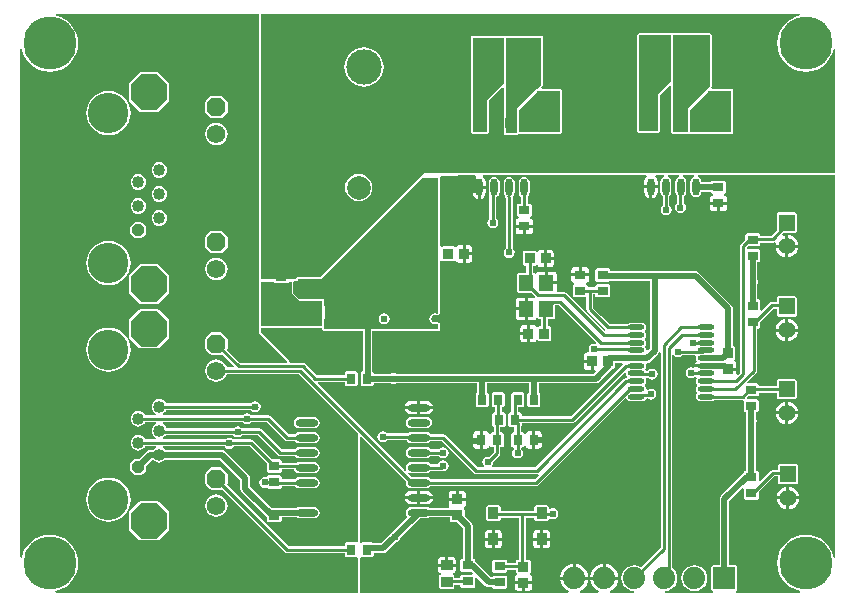
<source format=gtl>
G04 Layer_Physical_Order=1*
G04 Layer_Color=255*
%FSLAX25Y25*%
%MOIN*%
G70*
G01*
G75*
%ADD10R,0.03150X0.03740*%
%ADD11R,0.08268X0.12795*%
%ADD12R,0.08268X0.03937*%
%ADD13R,0.03740X0.03347*%
%ADD14O,0.05512X0.01772*%
%ADD15R,0.03740X0.03150*%
%ADD16R,0.12205X0.09449*%
%ADD17O,0.02362X0.05709*%
%ADD18R,0.03347X0.03740*%
%ADD19R,0.04724X0.05512*%
%ADD20R,0.03543X0.03937*%
%ADD21R,0.03937X0.03347*%
%ADD22O,0.07480X0.02362*%
%ADD23C,0.02000*%
%ADD24C,0.01000*%
%ADD25C,0.11811*%
%ADD26C,0.17716*%
%ADD27C,0.07400*%
%ADD28R,0.07400X0.07400*%
%ADD29C,0.04000*%
%ADD30P,0.12784X8X292.5*%
%ADD31C,0.13500*%
%ADD32C,0.06200*%
%ADD33P,0.06711X8X292.5*%
%ADD34P,0.04330X8X292.5*%
%ADD35C,0.07874*%
%ADD36C,0.05512*%
%ADD37R,0.05512X0.05512*%
%ADD38R,0.06299X0.07402*%
%ADD39O,0.06299X0.07402*%
%ADD40C,0.02400*%
%ADD41C,0.01968*%
G36*
X141339Y95260D02*
X140927Y94999D01*
X140839Y95007D01*
X140157Y95142D01*
X139455Y95003D01*
X138860Y94605D01*
X138462Y94009D01*
X138322Y93307D01*
X138462Y92605D01*
X138860Y92009D01*
X139455Y91611D01*
X140157Y91472D01*
X140839Y91607D01*
X140927Y91615D01*
X141339Y91354D01*
Y89764D01*
X103270D01*
X103085Y90228D01*
X103275Y90687D01*
Y93269D01*
X103398Y93565D01*
Y97502D01*
X103275Y97797D01*
Y99349D01*
X103085Y99808D01*
X102626Y99998D01*
X95021D01*
X93039Y101980D01*
Y105648D01*
X93128Y105781D01*
X93831D01*
X94290Y105971D01*
X94429Y106306D01*
X94431Y106308D01*
X94518Y106519D01*
X94609Y106557D01*
X102088D01*
X102547Y106747D01*
X135958Y140157D01*
X141339D01*
Y95260D01*
D02*
G37*
G36*
X215389Y81982D02*
Y17091D01*
X208862Y10564D01*
X208861Y10565D01*
X207815Y10998D01*
X206693Y11146D01*
X205570Y10998D01*
X204524Y10565D01*
X203626Y9876D01*
X202937Y8977D01*
X202504Y7931D01*
X202356Y6809D01*
X202504Y5686D01*
X202937Y4640D01*
X203626Y3742D01*
X204524Y3053D01*
X205570Y2619D01*
X206424Y2507D01*
X206391Y2007D01*
X198689D01*
X198590Y2507D01*
X199063Y2703D01*
X200045Y3457D01*
X200798Y4438D01*
X201272Y5582D01*
X201368Y6309D01*
X196693D01*
X192018D01*
X192114Y5582D01*
X192587Y4438D01*
X193341Y3457D01*
X194323Y2703D01*
X194796Y2507D01*
X194697Y2007D01*
X188689D01*
X188590Y2507D01*
X189063Y2703D01*
X190045Y3457D01*
X190798Y4438D01*
X191272Y5582D01*
X191368Y6309D01*
X186693D01*
X182018D01*
X182114Y5582D01*
X182588Y4438D01*
X183341Y3457D01*
X184323Y2703D01*
X184796Y2507D01*
X184697Y2007D01*
X115216D01*
X115216Y13505D01*
X115187Y13576D01*
X115199Y13652D01*
X115612Y13916D01*
X116043Y13738D01*
X119193D01*
X119652Y13928D01*
X119842Y14387D01*
Y15118D01*
X122913D01*
X123538Y15242D01*
X124067Y15596D01*
X127192Y18721D01*
X127474Y18777D01*
X128069Y19175D01*
X128467Y19770D01*
X128523Y20053D01*
X135334Y26863D01*
X137402D01*
X138096Y27001D01*
X138166Y27047D01*
X145118D01*
Y26100D01*
X145308Y25641D01*
X145768Y25451D01*
X147653D01*
X149550Y23554D01*
Y13265D01*
X149311D01*
X148852Y13075D01*
X148662Y12616D01*
Y9466D01*
X148852Y9007D01*
X149311Y8817D01*
X152378D01*
X152744Y8450D01*
X152537Y7950D01*
X149311D01*
X148852Y7760D01*
X148662Y7301D01*
Y6848D01*
X146712D01*
Y7301D01*
X146522Y7760D01*
X146063Y7950D01*
Y8447D01*
X146453Y8524D01*
X146784Y8745D01*
X147005Y9076D01*
X147083Y9466D01*
Y10639D01*
X144095D01*
X141106D01*
Y9466D01*
X141184Y9076D01*
X141405Y8745D01*
X141736Y8524D01*
X142126Y8447D01*
Y7950D01*
X141667Y7760D01*
X141477Y7301D01*
Y3954D01*
X141667Y3495D01*
X142126Y3305D01*
X146063D01*
X146522Y3495D01*
X146712Y3954D01*
Y4604D01*
X148662D01*
Y4151D01*
X148852Y3692D01*
X149311Y3502D01*
X153051D01*
X153510Y3692D01*
X153701Y4151D01*
Y6787D01*
X154201Y6994D01*
X156898Y4297D01*
X157427Y3943D01*
X158051Y3819D01*
X159303D01*
X159470Y3416D01*
X159929Y3226D01*
X163669D01*
X164128Y3416D01*
X164319Y3876D01*
Y7025D01*
X164128Y7484D01*
X163669Y7675D01*
X159929D01*
X159470Y7484D01*
X159303Y7082D01*
X158727D01*
X153701Y12108D01*
Y12616D01*
X153510Y13075D01*
X153051Y13265D01*
X152812D01*
Y24230D01*
X152688Y24854D01*
X152335Y25383D01*
X150157Y27561D01*
Y29447D01*
X149967Y29906D01*
X149851Y29954D01*
X149898Y30473D01*
X150229Y30694D01*
X150450Y31025D01*
X150528Y31415D01*
Y32588D01*
X147638D01*
X144748D01*
Y31415D01*
X144826Y31025D01*
X144969Y30810D01*
X144826Y30410D01*
X144748Y30310D01*
X138166D01*
X138096Y30356D01*
X137402Y30495D01*
X132283D01*
X131588Y30356D01*
X130999Y29963D01*
X130606Y29374D01*
X130467Y28679D01*
X130606Y27984D01*
X130999Y27395D01*
X131022Y27165D01*
X125935Y22078D01*
X125474Y21770D01*
X125166Y21309D01*
X122238Y18381D01*
X119737D01*
X119652Y18587D01*
X119193Y18777D01*
X116043D01*
X115612Y18598D01*
X115199Y18864D01*
X115187Y18939D01*
X115216Y19010D01*
X115216Y53804D01*
X115678Y53995D01*
X130555Y39119D01*
X130467Y38679D01*
X130606Y37984D01*
X130999Y37395D01*
X131588Y37001D01*
X132283Y36863D01*
X137402D01*
X138096Y37001D01*
X138686Y37395D01*
X138794Y37557D01*
X173944D01*
X173944Y37557D01*
X174373Y37643D01*
X174737Y37886D01*
X203554Y66703D01*
X204136Y66578D01*
X204342Y66269D01*
X204834Y65940D01*
X205413Y65825D01*
X209154D01*
X209733Y65940D01*
X210225Y66269D01*
X210478Y66648D01*
X210960Y66728D01*
X211045Y66721D01*
X211502Y66415D01*
X212205Y66275D01*
X212907Y66415D01*
X213502Y66812D01*
X213900Y67408D01*
X214040Y68110D01*
X213900Y68813D01*
X213502Y69408D01*
X212907Y69806D01*
X212205Y69946D01*
X211502Y69806D01*
X211107Y69542D01*
X210657Y69842D01*
X210668Y69899D01*
X210553Y70479D01*
X210310Y70843D01*
X210257Y71179D01*
X210310Y71515D01*
X210553Y71878D01*
X210668Y72458D01*
X210553Y73038D01*
X210457Y73182D01*
X210715Y73665D01*
X211188Y73674D01*
X211301Y73505D01*
X211896Y73108D01*
X212598Y72968D01*
X213301Y73108D01*
X213896Y73505D01*
X214294Y74101D01*
X214434Y74803D01*
X214294Y75506D01*
X213896Y76101D01*
X213301Y76499D01*
X212598Y76638D01*
X211896Y76499D01*
X211301Y76101D01*
X211183Y75925D01*
X210572D01*
X210274Y76400D01*
X210310Y76633D01*
X210553Y76997D01*
X210668Y77576D01*
X210583Y78004D01*
X210782Y78385D01*
X210785Y78389D01*
X210913Y78518D01*
X211468Y78628D01*
X211998Y78982D01*
X214539Y81524D01*
X214893Y82053D01*
X215389Y81982D01*
D02*
G37*
G36*
X92390Y101711D02*
X94752Y99349D01*
X102626D01*
Y90687D01*
X82153D01*
Y105648D01*
X86482D01*
X86647Y105249D01*
X87106Y105059D01*
X90847D01*
X91306Y105249D01*
X91471Y105648D01*
X92390D01*
Y101711D01*
D02*
G37*
G36*
X261925Y194361D02*
X260142Y193820D01*
X258499Y192942D01*
X257059Y191760D01*
X255877Y190320D01*
X254999Y188676D01*
X254458Y186893D01*
X254275Y185039D01*
X254458Y183185D01*
X254999Y181402D01*
X255877Y179759D01*
X257059Y178319D01*
X258499Y177137D01*
X260142Y176259D01*
X261925Y175718D01*
X263779Y175535D01*
X265634Y175718D01*
X267417Y176259D01*
X269060Y177137D01*
X270500Y178319D01*
X271682Y179759D01*
X272560Y181402D01*
X273101Y183185D01*
X273584Y183108D01*
Y141732D01*
X136614Y141732D01*
X102088Y107206D01*
X94480D01*
X94021Y107016D01*
X93831Y106557D01*
Y106430D01*
X82283D01*
X82284Y194843D01*
X261848Y194843D01*
X261925Y194361D01*
D02*
G37*
G36*
X273584Y13742D02*
X273101Y13665D01*
X272560Y15448D01*
X271682Y17091D01*
X270500Y18531D01*
X269060Y19713D01*
X267417Y20592D01*
X265634Y21132D01*
X263779Y21315D01*
X261925Y21132D01*
X260142Y20592D01*
X258499Y19713D01*
X257059Y18531D01*
X255877Y17091D01*
X254999Y15448D01*
X254458Y13665D01*
X254275Y11811D01*
X254458Y9957D01*
X254999Y8174D01*
X255877Y6531D01*
X257059Y5091D01*
X258499Y3909D01*
X260142Y3030D01*
X261925Y2490D01*
X261848Y2007D01*
X240608D01*
X240508Y2507D01*
X240852Y2649D01*
X241042Y3109D01*
Y10509D01*
X240852Y10968D01*
X240393Y11158D01*
X238324D01*
Y32474D01*
X242688Y36837D01*
X242798Y36808D01*
X243150Y36592D01*
Y33563D01*
X243340Y33104D01*
X243799Y32914D01*
X247539D01*
X247999Y33104D01*
X248189Y33563D01*
Y35579D01*
X253336Y40727D01*
X254469D01*
Y38698D01*
X254659Y38239D01*
X255118Y38049D01*
X260630D01*
X261089Y38239D01*
X261279Y38698D01*
Y44210D01*
X261089Y44669D01*
X260630Y44860D01*
X255118D01*
X254659Y44669D01*
X254469Y44210D01*
Y42970D01*
X252872D01*
X252443Y42884D01*
X252079Y42641D01*
X252079Y42641D01*
X248689Y39251D01*
X248189Y39458D01*
Y42028D01*
X247999Y42487D01*
X247539Y42677D01*
X247301D01*
Y58257D01*
X247365Y58353D01*
X247505Y59055D01*
X247365Y59757D01*
X247301Y59854D01*
Y62047D01*
X247539D01*
X247999Y62238D01*
X248189Y62697D01*
Y65847D01*
X247999Y66306D01*
X247539Y66496D01*
X244362D01*
X244155Y66996D01*
X244522Y67362D01*
X247539D01*
X247999Y67553D01*
X248189Y68012D01*
Y68581D01*
X254075D01*
Y67045D01*
X254265Y66586D01*
X254724Y66395D01*
X260236D01*
X260695Y66586D01*
X260886Y67045D01*
Y72557D01*
X260695Y73016D01*
X260236Y73206D01*
X254724D01*
X254265Y73016D01*
X254075Y72557D01*
Y70824D01*
X248189D01*
Y71161D01*
X247999Y71621D01*
X247539Y71811D01*
X244523D01*
X244331Y72273D01*
X247250Y75191D01*
X247250Y75191D01*
X247493Y75555D01*
X247578Y75984D01*
X247578Y75984D01*
Y90000D01*
X247933D01*
X248392Y90190D01*
X248583Y90650D01*
Y92272D01*
X252942Y96632D01*
X254075D01*
Y94604D01*
X254265Y94145D01*
X254724Y93954D01*
X260236D01*
X260695Y94145D01*
X260886Y94604D01*
Y100116D01*
X260695Y100575D01*
X260236Y100765D01*
X254724D01*
X254265Y100575D01*
X254075Y100116D01*
Y98875D01*
X252478D01*
X252478Y98875D01*
X252049Y98790D01*
X251685Y98547D01*
X251685Y98547D01*
X249068Y95930D01*
X248583Y96151D01*
Y99114D01*
X248392Y99573D01*
X247933Y99764D01*
X247694D01*
Y104713D01*
X247759Y104809D01*
X247898Y105512D01*
X247759Y106214D01*
X247694Y106310D01*
Y112047D01*
X247933D01*
X248392Y112238D01*
X248583Y112697D01*
Y115847D01*
X248392Y116306D01*
X247933Y116496D01*
X244193D01*
X244169Y116512D01*
X244136Y116989D01*
X244494Y117362D01*
X247933D01*
X248392Y117553D01*
X248583Y118012D01*
Y118662D01*
X252738D01*
X252739Y118662D01*
X253168Y118747D01*
X253511Y118976D01*
X253563Y118966D01*
X253930Y118681D01*
X253821Y118419D01*
X253758Y117939D01*
X256980D01*
Y121161D01*
X256500Y121098D01*
X256238Y120989D01*
X255954Y121413D01*
X256449Y121907D01*
X260236D01*
X260695Y122098D01*
X260886Y122557D01*
Y128068D01*
X260695Y128528D01*
X260236Y128718D01*
X254724D01*
X254265Y128528D01*
X254075Y128068D01*
Y122706D01*
X252274Y120905D01*
X248583D01*
Y121161D01*
X248392Y121621D01*
X247933Y121811D01*
X244193D01*
X243734Y121621D01*
X243544Y121161D01*
Y119637D01*
X242120Y118214D01*
X241877Y117850D01*
X241792Y117421D01*
X241792Y117421D01*
Y75268D01*
X241162Y74638D01*
X240838Y74750D01*
X240685Y74868D01*
Y75976D01*
X237795D01*
Y76976D01*
X240685D01*
Y78150D01*
X240607Y78540D01*
X240386Y78871D01*
X240055Y79092D01*
X240008Y79611D01*
X240125Y79659D01*
X240315Y80118D01*
Y83465D01*
X240125Y83924D01*
X239665Y84114D01*
X239427D01*
Y85816D01*
X239491Y85912D01*
X239631Y86614D01*
X239491Y87317D01*
X239427Y87413D01*
Y96850D01*
X239302Y97475D01*
X238949Y98004D01*
X228319Y108634D01*
X227790Y108987D01*
X227165Y109112D01*
X198582D01*
Y109466D01*
X198392Y109925D01*
X197933Y110116D01*
X194193D01*
X193734Y109925D01*
X193544Y109466D01*
Y106317D01*
X193734Y105857D01*
X194193Y105667D01*
X197933D01*
X198372Y105849D01*
X211754D01*
Y83353D01*
X211150Y82749D01*
X210622Y82928D01*
X210553Y83274D01*
X210225Y83766D01*
Y84182D01*
X210553Y84674D01*
X210668Y85254D01*
X210553Y85833D01*
X210310Y86197D01*
X210257Y86533D01*
X210310Y86869D01*
X210553Y87233D01*
X210668Y87813D01*
X210553Y88392D01*
X210225Y88884D01*
Y89300D01*
X210553Y89792D01*
X210668Y90372D01*
X210553Y90951D01*
X210225Y91443D01*
X209733Y91771D01*
X209154Y91887D01*
X205413D01*
X204834Y91771D01*
X204417Y91493D01*
X198398D01*
X195577Y94314D01*
X195577Y94314D01*
X195577Y94314D01*
X192952Y96939D01*
Y101455D01*
X193544D01*
Y101002D01*
X193734Y100542D01*
X194193Y100352D01*
X197933D01*
X198392Y100542D01*
X198582Y101002D01*
Y104151D01*
X198392Y104610D01*
X197933Y104801D01*
X194193D01*
X193734Y104610D01*
X193544Y104151D01*
Y103698D01*
X191102D01*
Y104151D01*
X190912Y104610D01*
X190453Y104801D01*
Y105297D01*
X190843Y105375D01*
X191174Y105596D01*
X191395Y105926D01*
X191472Y106317D01*
Y107391D01*
X188583D01*
X185693D01*
Y106317D01*
X185771Y105926D01*
X185992Y105596D01*
X186322Y105375D01*
X186713Y105297D01*
Y104801D01*
X186253Y104610D01*
X186063Y104151D01*
Y101002D01*
X186253Y100542D01*
X186713Y100352D01*
X190453D01*
X190709Y100181D01*
Y96474D01*
X190709Y96474D01*
X190795Y96045D01*
X191038Y95681D01*
X193990Y92728D01*
X193990Y92728D01*
X196960Y89759D01*
X196825Y89209D01*
X196761Y89193D01*
X183980Y101974D01*
X183616Y102217D01*
X183187Y102303D01*
X183187Y102303D01*
X180849D01*
X180724Y102454D01*
Y104710D01*
X177342D01*
Y105210D01*
X176842D01*
Y108986D01*
X174980D01*
X174590Y108908D01*
X174259Y108687D01*
X174038Y108356D01*
X173519Y108309D01*
X173471Y108425D01*
X173012Y108616D01*
X172873D01*
Y110866D01*
X173425D01*
X173884Y111056D01*
X173933Y111173D01*
X174452Y111126D01*
X174673Y110795D01*
X175004Y110574D01*
X175394Y110496D01*
X176567D01*
Y113386D01*
Y116276D01*
X175394D01*
X175004Y116198D01*
X174673Y115977D01*
X174452Y115646D01*
X173933Y115599D01*
X173884Y115715D01*
X173425Y115905D01*
X170079D01*
X169620Y115715D01*
X169429Y115256D01*
Y111516D01*
X169620Y111056D01*
X170079Y110866D01*
X170630D01*
Y108616D01*
X168287D01*
X167828Y108425D01*
X167638Y107966D01*
Y102454D01*
X167828Y101995D01*
X168287Y101805D01*
X172469D01*
X173594Y100679D01*
X173555Y100591D01*
X173300Y100267D01*
X173012Y100324D01*
X171150D01*
Y96549D01*
Y92773D01*
X173012D01*
X173402Y92851D01*
X173733Y93072D01*
X173954Y93403D01*
X174473Y93450D01*
X174521Y93334D01*
X174980Y93143D01*
X175552D01*
Y90824D01*
X175000D01*
X174541Y90634D01*
X174493Y90518D01*
X173974Y90565D01*
X173752Y90896D01*
X173422Y91117D01*
X173031Y91194D01*
X171858D01*
Y88305D01*
Y85415D01*
X173031D01*
X173422Y85493D01*
X173752Y85714D01*
X173974Y86045D01*
X174493Y86092D01*
X174541Y85975D01*
X175000Y85785D01*
X178347D01*
X178806Y85975D01*
X178996Y86435D01*
Y90175D01*
X178806Y90634D01*
X178347Y90824D01*
X177795D01*
Y93143D01*
X179705D01*
X180164Y93334D01*
X180354Y93793D01*
Y97697D01*
X181541D01*
X193950Y85288D01*
X193704Y84827D01*
X193307Y84906D01*
X192605Y84766D01*
X192009Y84369D01*
X191612Y83773D01*
X191472Y83071D01*
X191581Y82524D01*
X191287Y82024D01*
X190945D01*
X190555Y81946D01*
X190224Y81725D01*
X190003Y81394D01*
X189925Y81004D01*
Y79634D01*
X192618D01*
Y79134D01*
X193118D01*
Y76244D01*
X193702D01*
X193910Y75744D01*
X193141Y74976D01*
X127176D01*
X127080Y75040D01*
X126378Y75179D01*
X125676Y75040D01*
X125580Y74976D01*
X119842D01*
Y75214D01*
X119652Y75673D01*
X119348Y75799D01*
Y89114D01*
X141339D01*
X141798Y89305D01*
X141988Y89764D01*
Y91354D01*
X141960Y91423D01*
X141972Y91496D01*
X141867Y91645D01*
X141798Y91813D01*
X141729Y91842D01*
X141686Y91903D01*
X141275Y92163D01*
X141070Y92199D01*
X140871Y92262D01*
X140782Y92254D01*
X140749Y92237D01*
X140712Y92244D01*
X140157Y92134D01*
X139709Y92223D01*
X139328Y92478D01*
X139074Y92858D01*
X138984Y93307D01*
X139074Y93756D01*
X139328Y94137D01*
X139709Y94391D01*
X140157Y94480D01*
X140712Y94370D01*
X140749Y94377D01*
X140782Y94360D01*
X140871Y94352D01*
X141070Y94415D01*
X141275Y94451D01*
X141686Y94712D01*
X141729Y94772D01*
X141798Y94801D01*
X141867Y94969D01*
X141972Y95118D01*
X141960Y95191D01*
X141988Y95260D01*
Y112391D01*
X142454Y112572D01*
X142913Y112382D01*
X146260D01*
X146719Y112572D01*
X146767Y112689D01*
X147286Y112642D01*
X147507Y112311D01*
X147838Y112090D01*
X148228Y112012D01*
X149402D01*
Y114902D01*
Y117791D01*
X148228D01*
X147838Y117714D01*
X147507Y117493D01*
X147286Y117162D01*
X146767Y117115D01*
X146719Y117231D01*
X146260Y117421D01*
X142913D01*
X142454Y117231D01*
X141988Y117412D01*
Y135039D01*
Y136163D01*
Y140157D01*
X141869Y140445D01*
X142123Y140945D01*
X147667D01*
X147801Y141083D01*
X153680D01*
X153721Y140945D01*
X153937D01*
Y137541D01*
X154961D01*
X157185D01*
Y138714D01*
X157015Y139565D01*
X156533Y140287D01*
X156090Y140583D01*
X156242Y141083D01*
X210633Y141083D01*
X210785Y140583D01*
X210613Y140468D01*
X210131Y139746D01*
X209961Y138895D01*
Y137722D01*
X212185D01*
X214409D01*
Y138895D01*
X214240Y139746D01*
X213757Y140468D01*
X213585Y140583D01*
X213737Y141083D01*
X216490D01*
X216539Y140583D01*
X216490Y140573D01*
X215901Y140179D01*
X215507Y139590D01*
X215369Y138895D01*
Y135549D01*
X215507Y134854D01*
X215901Y134265D01*
X216063Y134156D01*
Y130851D01*
X216025Y130825D01*
X215627Y130230D01*
X215488Y129528D01*
X215627Y128825D01*
X216025Y128230D01*
X216620Y127832D01*
X217323Y127692D01*
X218025Y127832D01*
X218621Y128230D01*
X219018Y128825D01*
X219158Y129528D01*
X219018Y130230D01*
X218621Y130825D01*
X218307Y131035D01*
Y134156D01*
X218469Y134265D01*
X218863Y134854D01*
X219001Y135549D01*
Y138895D01*
X218863Y139590D01*
X218469Y140179D01*
X217880Y140573D01*
X217831Y140583D01*
X217880Y141083D01*
X221490D01*
X221539Y140583D01*
X221490Y140573D01*
X220901Y140179D01*
X220507Y139590D01*
X220369Y138895D01*
Y135549D01*
X220507Y134854D01*
X220901Y134265D01*
X220926Y134248D01*
Y131730D01*
X220749Y131613D01*
X220352Y131017D01*
X220212Y130315D01*
X220352Y129613D01*
X220749Y129017D01*
X221345Y128619D01*
X222047Y128480D01*
X222750Y128619D01*
X223345Y129017D01*
X223743Y129613D01*
X223883Y130315D01*
X223743Y131017D01*
X223345Y131613D01*
X223169Y131730D01*
Y134064D01*
X223469Y134265D01*
X223863Y134854D01*
X224001Y135549D01*
Y138895D01*
X223863Y139590D01*
X223469Y140179D01*
X222880Y140573D01*
X222831Y140583D01*
X222880Y141083D01*
X226490D01*
X226539Y140583D01*
X226490Y140573D01*
X225901Y140179D01*
X225507Y139590D01*
X225369Y138895D01*
Y135549D01*
X225507Y134854D01*
X225901Y134265D01*
X226490Y133871D01*
X227185Y133733D01*
X227880Y133871D01*
X228469Y134265D01*
X228863Y134854D01*
X228987Y135477D01*
X232189D01*
X232356Y135074D01*
X232815Y134884D01*
Y134387D01*
X232425Y134310D01*
X232094Y134089D01*
X231873Y133758D01*
X231795Y133368D01*
Y132293D01*
X234685D01*
X237575D01*
Y133368D01*
X237497Y133758D01*
X237276Y134089D01*
X236945Y134310D01*
X236555Y134387D01*
Y134884D01*
X237014Y135074D01*
X237205Y135533D01*
Y138683D01*
X237014Y139142D01*
X236555Y139332D01*
X232815D01*
X232356Y139142D01*
X232189Y138739D01*
X229001D01*
Y138895D01*
X228863Y139590D01*
X228469Y140179D01*
X227880Y140573D01*
X227831Y140583D01*
X227880Y141083D01*
X273584Y141083D01*
Y13742D01*
D02*
G37*
G36*
X102482Y89987D02*
X102667Y89523D01*
X102760Y89428D01*
X102811Y89305D01*
X102927Y89257D01*
X103014Y89167D01*
X103147Y89165D01*
X103270Y89114D01*
X116085D01*
Y75864D01*
X116043D01*
X115584Y75673D01*
X115394Y75214D01*
Y71474D01*
X115584Y71015D01*
X116043Y70825D01*
X119193D01*
X119652Y71015D01*
X119842Y71474D01*
Y71713D01*
X125580D01*
X125676Y71649D01*
X126378Y71509D01*
X127080Y71649D01*
X127176Y71713D01*
X154373D01*
Y68754D01*
X153970Y68587D01*
X153780Y68128D01*
Y64387D01*
X153970Y63928D01*
X154429Y63738D01*
X157579D01*
X158038Y63928D01*
X158228Y64387D01*
Y68128D01*
X158038Y68587D01*
X157635Y68754D01*
Y71713D01*
X171499D01*
Y68754D01*
X171096Y68587D01*
X170906Y68128D01*
Y64387D01*
X171096Y63928D01*
X171555Y63738D01*
X174705D01*
X175164Y63928D01*
X175354Y64387D01*
Y68128D01*
X175164Y68587D01*
X174761Y68754D01*
Y71713D01*
X193816D01*
X194441Y71837D01*
X194970Y72191D01*
X199382Y76602D01*
X199390Y76614D01*
X199606D01*
X200065Y76805D01*
X200256Y77264D01*
Y78504D01*
X202589D01*
X202796Y78004D01*
X185478Y60686D01*
X169055D01*
Y61435D01*
X168865Y61894D01*
X168405Y62084D01*
X167952D01*
Y63738D01*
X169390D01*
X169849Y63928D01*
X170039Y64387D01*
Y68128D01*
X169849Y68587D01*
X169390Y68777D01*
X166240D01*
X165781Y68587D01*
X165591Y68128D01*
Y64387D01*
X165709Y64101D01*
Y62084D01*
X165256D01*
X164797Y61894D01*
X164606Y61435D01*
Y57695D01*
X164797Y57235D01*
X165256Y57045D01*
X166693D01*
Y55391D01*
X166240D01*
X165781Y55201D01*
X165591Y54742D01*
Y51002D01*
X165781Y50542D01*
X166240Y50352D01*
X166287D01*
X166439Y49852D01*
X166419Y49839D01*
X166021Y49243D01*
X165881Y48541D01*
X166021Y47839D01*
X166419Y47243D01*
X167014Y46845D01*
X167717Y46706D01*
X168419Y46845D01*
X169014Y47243D01*
X169412Y47839D01*
X169552Y48541D01*
X169412Y49243D01*
X169014Y49839D01*
X168994Y49852D01*
X169146Y50352D01*
X169390D01*
X169849Y50542D01*
X170039Y51002D01*
X170536D01*
X170613Y50611D01*
X170834Y50281D01*
X171165Y50060D01*
X171555Y49982D01*
X172630D01*
Y52872D01*
Y55761D01*
X171555D01*
X171165Y55684D01*
X170834Y55463D01*
X170613Y55132D01*
X170536Y54742D01*
X170039D01*
X169849Y55201D01*
X169390Y55391D01*
X168937D01*
Y57409D01*
X169055Y57695D01*
Y58443D01*
X185942D01*
X185942Y58443D01*
X186372Y58528D01*
X186736Y58772D01*
X203490Y75526D01*
X203951Y75279D01*
X203899Y75017D01*
X204014Y74438D01*
X204253Y74080D01*
X204082Y73640D01*
X204031Y73580D01*
X203954D01*
X203954Y73580D01*
X203525Y73494D01*
X203161Y73251D01*
X203161Y73251D01*
X173667Y43757D01*
X159499D01*
X159281Y44257D01*
X159570Y44689D01*
X159709Y45391D01*
X159668Y45599D01*
X161718Y47649D01*
X161961Y48013D01*
X162047Y48443D01*
X162047Y48443D01*
Y50352D01*
X162500D01*
X162959Y50542D01*
X163149Y51002D01*
Y54742D01*
X162959Y55201D01*
X162500Y55391D01*
X162047D01*
Y57045D01*
X163091D01*
X163550Y57235D01*
X163740Y57695D01*
Y61435D01*
X163550Y61894D01*
X163091Y62084D01*
X162441D01*
Y63738D01*
X162894D01*
X163353Y63928D01*
X163543Y64387D01*
Y68128D01*
X163353Y68587D01*
X162894Y68777D01*
X159744D01*
X159285Y68587D01*
X159095Y68128D01*
Y64387D01*
X159285Y63928D01*
X159744Y63738D01*
X160197D01*
Y62084D01*
X159941D01*
X159482Y61894D01*
X159292Y61435D01*
Y57695D01*
X159482Y57235D01*
X159804Y57102D01*
Y55391D01*
X159350D01*
X158891Y55201D01*
X158701Y54742D01*
X158205D01*
X158127Y55132D01*
X157906Y55463D01*
X157575Y55684D01*
X157185Y55761D01*
X156110D01*
Y52872D01*
Y49982D01*
X157185D01*
X157575Y50060D01*
X157906Y50281D01*
X158127Y50611D01*
X158205Y51002D01*
X158701D01*
X158891Y50542D01*
X159350Y50352D01*
X159804D01*
Y48907D01*
X158082Y47185D01*
X157874Y47227D01*
X157172Y47087D01*
X156576Y46689D01*
X156178Y46094D01*
X156039Y45391D01*
X156178Y44689D01*
X156467Y44257D01*
X156249Y43757D01*
X154402D01*
X143687Y54472D01*
X143323Y54715D01*
X142894Y54800D01*
X142894Y54800D01*
X138794D01*
X138686Y54963D01*
X138096Y55357D01*
X137402Y55495D01*
X132283D01*
X131588Y55357D01*
X131143Y55059D01*
X124250D01*
X124132Y55235D01*
X123537Y55633D01*
X122835Y55772D01*
X122132Y55633D01*
X121537Y55235D01*
X121139Y54639D01*
X120999Y53937D01*
X121139Y53235D01*
X121537Y52639D01*
X122132Y52241D01*
X122835Y52102D01*
X123537Y52241D01*
X124132Y52639D01*
X124250Y52816D01*
X130718D01*
X130999Y52395D01*
X131588Y52001D01*
X132283Y51863D01*
X137402D01*
X138096Y52001D01*
X138686Y52395D01*
X138794Y52557D01*
X142429D01*
X153144Y41842D01*
X153144Y41842D01*
X153508Y41599D01*
X153937Y41514D01*
X174132D01*
X174132Y41514D01*
X174561Y41599D01*
X174591Y41620D01*
X174910Y41231D01*
X173479Y39800D01*
X138794D01*
X138686Y39963D01*
X138096Y40356D01*
X137402Y40495D01*
X132351D01*
X131160Y41686D01*
X131479Y42074D01*
X131588Y42001D01*
X132283Y41863D01*
X137402D01*
X138096Y42001D01*
X138686Y42395D01*
X138794Y42557D01*
X142148D01*
X142211Y42515D01*
X142913Y42375D01*
X143616Y42515D01*
X144211Y42913D01*
X144609Y43508D01*
X144749Y44210D01*
X144609Y44913D01*
X144211Y45508D01*
X143616Y45906D01*
X142913Y46046D01*
X142211Y45906D01*
X141616Y45508D01*
X141218Y44913D01*
X141195Y44800D01*
X138794D01*
X138686Y44963D01*
X138096Y45357D01*
X137402Y45495D01*
X132283D01*
X131588Y45357D01*
X130999Y44963D01*
X130606Y44374D01*
X130467Y43679D01*
X130606Y42984D01*
X130679Y42874D01*
X130291Y42555D01*
X101085Y71761D01*
X101277Y72223D01*
X110079D01*
Y71474D01*
X110269Y71015D01*
X110728Y70825D01*
X113878D01*
X114337Y71015D01*
X114527Y71474D01*
Y75214D01*
X114337Y75673D01*
X113878Y75864D01*
X110728D01*
X110269Y75673D01*
X110079Y75214D01*
Y74466D01*
X100742D01*
X96857Y78351D01*
X96493Y78594D01*
X96064Y78680D01*
X96064Y78680D01*
X91848D01*
X91586Y79142D01*
X91537Y79261D01*
Y79390D01*
X91446Y79482D01*
X91396Y79601D01*
X82146Y88852D01*
Y90033D01*
X82153Y90038D01*
X102432D01*
X102482Y89987D01*
D02*
G37*
G36*
X219962Y80986D02*
X220557Y80588D01*
X221260Y80448D01*
X221962Y80588D01*
X222558Y80986D01*
X222675Y81162D01*
X227010D01*
X227199Y80809D01*
X227232Y80662D01*
X227127Y80135D01*
X227242Y79556D01*
X227541Y79109D01*
X227282Y78936D01*
X226865Y78312D01*
X226818Y78076D01*
X230512D01*
Y77076D01*
X226689D01*
X226353Y76852D01*
X226293Y76892D01*
X225590Y77032D01*
X224888Y76892D01*
X224293Y76495D01*
X223895Y75899D01*
X223755Y75197D01*
X223895Y74494D01*
X224293Y73899D01*
X224888Y73501D01*
X225590Y73362D01*
X226293Y73501D01*
X226849Y73873D01*
X227226Y73781D01*
X227414Y73296D01*
X227242Y73038D01*
X227127Y72458D01*
X227242Y71878D01*
X227485Y71515D01*
X227538Y71179D01*
X227485Y70843D01*
X227242Y70479D01*
X227127Y69899D01*
X227242Y69319D01*
X227571Y68828D01*
Y68411D01*
X227242Y67920D01*
X227127Y67340D01*
X227242Y66760D01*
X227571Y66269D01*
X228062Y65940D01*
X228642Y65825D01*
X232382D01*
X232962Y65940D01*
X233378Y66219D01*
X242763D01*
X243059Y65934D01*
X243150Y65756D01*
Y62697D01*
X243340Y62238D01*
X243799Y62047D01*
X244038D01*
Y59854D01*
X243974Y59757D01*
X243834Y59055D01*
X243974Y58353D01*
X244038Y58257D01*
Y42677D01*
X243799D01*
X243340Y42487D01*
X243150Y42028D01*
Y41844D01*
X242941Y41705D01*
X235539Y34303D01*
X235186Y33774D01*
X235062Y33150D01*
Y11158D01*
X232993D01*
X232534Y10968D01*
X232344Y10509D01*
Y3109D01*
X232534Y2649D01*
X232877Y2507D01*
X232778Y2007D01*
X226995D01*
X226962Y2507D01*
X227815Y2619D01*
X228861Y3053D01*
X229760Y3742D01*
X230449Y4640D01*
X230882Y5686D01*
X231030Y6809D01*
X230882Y7931D01*
X230449Y8977D01*
X229760Y9876D01*
X228861Y10565D01*
X227815Y10998D01*
X226693Y11146D01*
X225570Y10998D01*
X224524Y10565D01*
X223626Y9876D01*
X222937Y8977D01*
X222504Y7931D01*
X222356Y6809D01*
X222504Y5686D01*
X222937Y4640D01*
X223626Y3742D01*
X224524Y3053D01*
X225570Y2619D01*
X226424Y2507D01*
X226391Y2007D01*
X216995D01*
X216962Y2507D01*
X217815Y2619D01*
X218862Y3053D01*
X219760Y3742D01*
X220449Y4640D01*
X220882Y5686D01*
X221030Y6809D01*
X220882Y7931D01*
X220449Y8977D01*
X219760Y9876D01*
X219232Y10281D01*
Y81179D01*
X219732Y81330D01*
X219962Y80986D01*
D02*
G37*
G36*
X81496Y88583D02*
X90937Y79142D01*
X90746Y78680D01*
X75203D01*
X70908Y82975D01*
X71088Y83408D01*
Y86508D01*
X70898Y86967D01*
X69348Y88517D01*
X68889Y88708D01*
X65789D01*
X65329Y88517D01*
X63779Y86967D01*
X63589Y86508D01*
Y83408D01*
X63779Y82949D01*
X65329Y81399D01*
X65789Y81209D01*
X68889D01*
X69322Y81388D01*
X73169Y77542D01*
X72978Y77080D01*
X70879D01*
X70570Y77824D01*
X69977Y78597D01*
X69204Y79190D01*
X68305Y79563D01*
X67339Y79690D01*
X66373Y79563D01*
X65473Y79190D01*
X64700Y78597D01*
X64107Y77824D01*
X63734Y76924D01*
X63607Y75958D01*
X63734Y74992D01*
X64107Y74092D01*
X64700Y73319D01*
X65473Y72726D01*
X66373Y72354D01*
X67339Y72226D01*
X68305Y72354D01*
X69204Y72726D01*
X69977Y73319D01*
X70570Y74092D01*
X70879Y74837D01*
X94837D01*
X114567Y55107D01*
X114567Y19010D01*
X114067Y18699D01*
X113878Y18777D01*
X110728D01*
X110269Y18587D01*
X110079Y18128D01*
Y17379D01*
X91504D01*
X70908Y37975D01*
X71088Y38408D01*
Y41508D01*
X70898Y41967D01*
X69348Y43518D01*
X68889Y43708D01*
X65789D01*
X65329Y43518D01*
X63779Y41967D01*
X63589Y41508D01*
Y38408D01*
X63779Y37949D01*
X65329Y36399D01*
X65789Y36209D01*
X68889D01*
X69322Y36388D01*
X90246Y15464D01*
X90246Y15464D01*
X90610Y15221D01*
X91039Y15136D01*
X91039Y15136D01*
X110079D01*
Y14387D01*
X110269Y13928D01*
X110728Y13738D01*
X113878D01*
X114067Y13816D01*
X114567Y13505D01*
X114567Y2007D01*
X13742D01*
X13665Y2490D01*
X15448Y3030D01*
X17091Y3909D01*
X18531Y5091D01*
X19713Y6531D01*
X20592Y8174D01*
X21132Y9957D01*
X21315Y11811D01*
X21132Y13665D01*
X20592Y15448D01*
X19713Y17091D01*
X18531Y18531D01*
X17091Y19713D01*
X15448Y20592D01*
X13665Y21132D01*
X11811Y21315D01*
X9957Y21132D01*
X8174Y20592D01*
X6531Y19713D01*
X5091Y18531D01*
X3909Y17091D01*
X3030Y15448D01*
X2490Y13665D01*
X2007Y13742D01*
Y183108D01*
X2490Y183185D01*
X3030Y181402D01*
X3909Y179759D01*
X5091Y178319D01*
X6531Y177137D01*
X8174Y176259D01*
X9957Y175718D01*
X11811Y175535D01*
X13665Y175718D01*
X15448Y176259D01*
X17091Y177137D01*
X18531Y178319D01*
X19713Y179759D01*
X20592Y181402D01*
X21132Y183185D01*
X21315Y185039D01*
X21132Y186893D01*
X20592Y188676D01*
X19713Y190320D01*
X18531Y191760D01*
X17091Y192942D01*
X15448Y193820D01*
X13665Y194361D01*
X13742Y194843D01*
X81496Y194843D01*
Y88583D01*
D02*
G37*
%LPC*%
G36*
X123228Y95142D02*
X122526Y95003D01*
X121931Y94605D01*
X121533Y94009D01*
X121393Y93307D01*
X121533Y92605D01*
X121931Y92009D01*
X122526Y91611D01*
X123228Y91472D01*
X123931Y91611D01*
X124526Y92009D01*
X124924Y92605D01*
X125064Y93307D01*
X124924Y94009D01*
X124526Y94605D01*
X123931Y95003D01*
X123228Y95142D01*
D02*
G37*
G36*
X134343Y35903D02*
X132283D01*
X131432Y35733D01*
X130711Y35251D01*
X130229Y34530D01*
X130159Y34179D01*
X134343D01*
Y35903D01*
D02*
G37*
G36*
X137402D02*
X135343D01*
Y34179D01*
X139526D01*
X139456Y34530D01*
X138974Y35251D01*
X138253Y35733D01*
X137402Y35903D01*
D02*
G37*
G36*
X162437Y19301D02*
X160146D01*
Y16813D01*
X161417D01*
X161808Y16890D01*
X162138Y17111D01*
X162359Y17442D01*
X162437Y17832D01*
Y19301D01*
D02*
G37*
G36*
X159146D02*
X156854D01*
Y17832D01*
X156932Y17442D01*
X157153Y17111D01*
X157484Y16890D01*
X157874Y16813D01*
X159146D01*
Y19301D01*
D02*
G37*
G36*
X146063Y13832D02*
X144595D01*
Y11639D01*
X147083D01*
Y12813D01*
X147005Y13203D01*
X146784Y13534D01*
X146453Y13755D01*
X146063Y13832D01*
D02*
G37*
G36*
X175287Y19301D02*
X172996D01*
Y17832D01*
X173074Y17442D01*
X173295Y17111D01*
X173626Y16890D01*
X174016Y16813D01*
X175287D01*
Y19301D01*
D02*
G37*
G36*
X159146Y22789D02*
X157874D01*
X157484Y22711D01*
X157153Y22490D01*
X156932Y22160D01*
X156854Y21769D01*
Y20301D01*
X159146D01*
Y22789D01*
D02*
G37*
G36*
X178579Y19301D02*
X176287D01*
Y16813D01*
X177559D01*
X177949Y16890D01*
X178280Y17111D01*
X178501Y17442D01*
X178579Y17832D01*
Y19301D01*
D02*
G37*
G36*
X186193Y11483D02*
X185466Y11388D01*
X184323Y10914D01*
X183341Y10161D01*
X182588Y9179D01*
X182114Y8036D01*
X182018Y7309D01*
X186193D01*
Y11483D01*
D02*
G37*
G36*
X172575Y4832D02*
X170185D01*
Y2640D01*
X171555D01*
X171945Y2717D01*
X172276Y2938D01*
X172497Y3269D01*
X172575Y3659D01*
Y4832D01*
D02*
G37*
G36*
X169185D02*
X166795D01*
Y3659D01*
X166873Y3269D01*
X167094Y2938D01*
X167425Y2717D01*
X167815Y2640D01*
X169185D01*
Y4832D01*
D02*
G37*
G36*
X196193Y11483D02*
X195466Y11388D01*
X194323Y10914D01*
X193341Y10161D01*
X192587Y9179D01*
X192114Y8036D01*
X192018Y7309D01*
X196193D01*
Y11483D01*
D02*
G37*
G36*
X143595Y13832D02*
X142126D01*
X141736Y13755D01*
X141405Y13534D01*
X141184Y13203D01*
X141106Y12813D01*
Y11639D01*
X143595D01*
Y13832D01*
D02*
G37*
G36*
X197193Y11483D02*
Y7309D01*
X201368D01*
X201272Y8036D01*
X200798Y9179D01*
X200045Y10161D01*
X199063Y10914D01*
X197920Y11388D01*
X197193Y11483D01*
D02*
G37*
G36*
X187193D02*
Y7309D01*
X191368D01*
X191272Y8036D01*
X190798Y9179D01*
X190045Y10161D01*
X189063Y10914D01*
X187920Y11388D01*
X187193Y11483D01*
D02*
G37*
G36*
X139526Y33179D02*
X135343D01*
Y31455D01*
X137402D01*
X138253Y31624D01*
X138974Y32106D01*
X139456Y32828D01*
X139526Y33179D01*
D02*
G37*
G36*
X134343D02*
X130159D01*
X130229Y32828D01*
X130711Y32106D01*
X131432Y31624D01*
X132283Y31455D01*
X134343D01*
Y33179D01*
D02*
G37*
G36*
X147138Y35781D02*
X145768D01*
X145378Y35703D01*
X145047Y35482D01*
X144826Y35152D01*
X144748Y34761D01*
Y33588D01*
X147138D01*
Y35781D01*
D02*
G37*
G36*
X149508D02*
X148138D01*
Y33588D01*
X150528D01*
Y34761D01*
X150450Y35152D01*
X150229Y35482D01*
X149898Y35703D01*
X149508Y35781D01*
D02*
G37*
G36*
X161417Y22789D02*
X160146D01*
Y20301D01*
X162437D01*
Y21769D01*
X162359Y22160D01*
X162138Y22490D01*
X161808Y22711D01*
X161417Y22789D01*
D02*
G37*
G36*
X177559D02*
X176287D01*
Y20301D01*
X178579D01*
Y21769D01*
X178501Y22160D01*
X178280Y22490D01*
X177949Y22711D01*
X177559Y22789D01*
D02*
G37*
G36*
X175287D02*
X174016D01*
X173626Y22711D01*
X173295Y22490D01*
X173074Y22160D01*
X172996Y21769D01*
Y20301D01*
X175287D01*
Y22789D01*
D02*
G37*
G36*
X177559Y31080D02*
X174016D01*
X173556Y30890D01*
X173366Y30431D01*
Y29190D01*
X162067D01*
Y30431D01*
X161876Y30890D01*
X161417Y31080D01*
X157874D01*
X157415Y30890D01*
X157225Y30431D01*
Y26494D01*
X157415Y26035D01*
X157874Y25844D01*
X161417D01*
X161876Y26035D01*
X162067Y26494D01*
Y26947D01*
X168170D01*
Y12970D01*
X167815D01*
X167356Y12780D01*
X167166Y12320D01*
Y11887D01*
X164319D01*
Y12340D01*
X164128Y12799D01*
X163669Y12990D01*
X159929D01*
X159470Y12799D01*
X159280Y12340D01*
Y9191D01*
X159470Y8731D01*
X159929Y8541D01*
X163669D01*
X164128Y8731D01*
X164319Y9191D01*
Y9644D01*
X167166D01*
Y8974D01*
X167356Y8515D01*
X167472Y8467D01*
X167425Y7948D01*
X167094Y7727D01*
X166873Y7396D01*
X166795Y7006D01*
Y5832D01*
X169685D01*
X172575D01*
Y7006D01*
X172497Y7396D01*
X172276Y7727D01*
X171945Y7948D01*
X171898Y8467D01*
X172014Y8515D01*
X172205Y8974D01*
Y12320D01*
X172014Y12780D01*
X171555Y12970D01*
X170413D01*
Y26947D01*
X173366D01*
Y26494D01*
X173556Y26035D01*
X174016Y25844D01*
X177559D01*
X178018Y26035D01*
X178198Y26469D01*
X178216Y26497D01*
X178709Y26729D01*
X178825Y26651D01*
X179528Y26511D01*
X180230Y26651D01*
X180825Y27049D01*
X181223Y27644D01*
X181363Y28346D01*
X181223Y29049D01*
X180825Y29644D01*
X180230Y30042D01*
X179528Y30182D01*
X178825Y30042D01*
X178709Y29964D01*
X178208Y30231D01*
Y30431D01*
X178018Y30890D01*
X177559Y31080D01*
D02*
G37*
G36*
X114764Y141584D02*
X113579Y141428D01*
X112476Y140971D01*
X111528Y140244D01*
X110801Y139296D01*
X110344Y138192D01*
X110188Y137008D01*
X110344Y135824D01*
X110801Y134720D01*
X111528Y133772D01*
X112476Y133045D01*
X113579Y132588D01*
X114764Y132432D01*
X115948Y132588D01*
X117052Y133045D01*
X118000Y133772D01*
X118727Y134720D01*
X119184Y135824D01*
X119340Y137008D01*
X119184Y138192D01*
X118727Y139296D01*
X118000Y140244D01*
X117052Y140971D01*
X115948Y141428D01*
X114764Y141584D01*
D02*
G37*
G36*
X116535Y183702D02*
X115260Y183577D01*
X114034Y183205D01*
X112904Y182601D01*
X111913Y181788D01*
X111100Y180797D01*
X110496Y179667D01*
X110124Y178441D01*
X109998Y177165D01*
X110124Y175890D01*
X110496Y174664D01*
X111100Y173534D01*
X111913Y172543D01*
X112904Y171730D01*
X114034Y171126D01*
X115260Y170754D01*
X116535Y170628D01*
X117811Y170754D01*
X119037Y171126D01*
X120167Y171730D01*
X121158Y172543D01*
X121971Y173534D01*
X122575Y174664D01*
X122947Y175890D01*
X123072Y177165D01*
X122947Y178441D01*
X122575Y179667D01*
X121971Y180797D01*
X121158Y181788D01*
X120167Y182601D01*
X119037Y183205D01*
X117811Y183577D01*
X116535Y183702D01*
D02*
G37*
G36*
X231890Y188445D02*
X219685Y188445D01*
X219360Y188310D01*
X219305Y188333D01*
X219127Y188438D01*
X219080Y188426D01*
X219036Y188445D01*
X208268D01*
X207808Y188254D01*
X207618Y187795D01*
X207618Y155905D01*
X207808Y155446D01*
X208268Y155256D01*
X211851Y155256D01*
X212185Y155190D01*
X212520Y155256D01*
X214567Y155256D01*
X215026Y155446D01*
X215216Y155905D01*
Y167841D01*
X218574Y171198D01*
X219036Y171007D01*
Y155512D01*
X219226Y155053D01*
X219685Y154862D01*
X224410Y154862D01*
X224736Y154998D01*
X224738Y154994D01*
X225197Y154804D01*
X238976D01*
X239436Y154994D01*
X239626Y155453D01*
Y169291D01*
X239436Y169751D01*
X238976Y169941D01*
X236244D01*
X236221Y169946D01*
X236197Y169941D01*
X232590D01*
X232354Y170397D01*
X232359Y170432D01*
X232539Y170866D01*
Y187795D01*
X232349Y188254D01*
X231890Y188445D01*
D02*
G37*
G36*
X175591Y187657D02*
X163779Y187657D01*
X163455Y187523D01*
X163130Y187657D01*
X152756Y187657D01*
X152297Y187467D01*
X152106Y187008D01*
Y162205D01*
Y155512D01*
X152297Y155053D01*
X152756Y154862D01*
X157480D01*
X157940Y155053D01*
X158130Y155512D01*
Y165873D01*
X162668Y170411D01*
X163130Y170220D01*
Y155118D01*
X163320Y154659D01*
X163779Y154469D01*
X167237Y154469D01*
X167299Y154494D01*
X167364Y154481D01*
X167521Y154586D01*
X167696Y154659D01*
X168110Y154804D01*
X181890D01*
X182349Y154994D01*
X182539Y155453D01*
Y169291D01*
X182349Y169751D01*
X181890Y169941D01*
X179158D01*
X179134Y169946D01*
X179110Y169941D01*
X175897D01*
X175690Y170441D01*
X176050Y170801D01*
X176240Y171260D01*
X176240Y187008D01*
X176050Y187467D01*
X175591Y187657D01*
D02*
G37*
%LPD*%
G36*
X219036Y187795D02*
Y172579D01*
X214567Y168110D01*
Y155905D01*
X208268Y155905D01*
X208268Y187795D01*
X219036D01*
X219036Y187795D01*
D02*
G37*
G36*
X238976Y155453D02*
X225197D01*
X225197Y162992D01*
X231496Y169291D01*
X238976D01*
Y155453D01*
D02*
G37*
G36*
X231890Y170866D02*
X224410Y163386D01*
X224410Y155512D01*
X219685Y155512D01*
X219685Y187795D01*
X231890Y187795D01*
Y170866D01*
D02*
G37*
G36*
X181890Y155453D02*
X168110D01*
X168110Y162992D01*
X174409Y169291D01*
X181890D01*
Y155453D01*
D02*
G37*
G36*
X175591Y171260D02*
X174174Y169843D01*
X173950Y169751D01*
X167651Y163451D01*
X167461Y162992D01*
X167461Y155453D01*
X167237Y155118D01*
X163779Y155118D01*
Y187008D01*
X175591Y187008D01*
X175591Y171260D01*
D02*
G37*
G36*
X163130Y187008D02*
Y171792D01*
X157480Y166142D01*
Y155512D01*
X152756D01*
Y162205D01*
Y187008D01*
X163130Y187008D01*
D02*
G37*
%LPC*%
G36*
X256980Y61427D02*
X253758D01*
X253821Y60946D01*
X254200Y60033D01*
X254802Y59248D01*
X255586Y58646D01*
X256500Y58268D01*
X256980Y58204D01*
Y61427D01*
D02*
G37*
G36*
X192118Y78634D02*
X189925D01*
Y77264D01*
X190003Y76874D01*
X190224Y76543D01*
X190555Y76322D01*
X190945Y76244D01*
X192118D01*
Y78634D01*
D02*
G37*
G36*
X257980Y65649D02*
Y62427D01*
X261203D01*
X261140Y62907D01*
X260761Y63821D01*
X260159Y64605D01*
X259374Y65208D01*
X258461Y65586D01*
X257980Y65649D01*
D02*
G37*
G36*
X261203Y61427D02*
X257980D01*
Y58204D01*
X258461Y58268D01*
X259374Y58646D01*
X260159Y59248D01*
X260761Y60033D01*
X261140Y60946D01*
X261203Y61427D01*
D02*
G37*
G36*
X256980Y65649D02*
X256500Y65586D01*
X255586Y65208D01*
X254802Y64605D01*
X254200Y63821D01*
X253821Y62907D01*
X253758Y62427D01*
X256980D01*
Y65649D01*
D02*
G37*
G36*
X257374Y33080D02*
X254152D01*
X254215Y32600D01*
X254593Y31686D01*
X255195Y30902D01*
X255980Y30299D01*
X256893Y29921D01*
X257374Y29858D01*
Y33080D01*
D02*
G37*
G36*
X258374Y37303D02*
Y34080D01*
X261596D01*
X261533Y34561D01*
X261155Y35475D01*
X260553Y36259D01*
X259768Y36861D01*
X258855Y37240D01*
X258374Y37303D01*
D02*
G37*
G36*
X257374Y37303D02*
X256893Y37240D01*
X255980Y36861D01*
X255195Y36259D01*
X254593Y35475D01*
X254215Y34561D01*
X254152Y34080D01*
X257374D01*
Y37303D01*
D02*
G37*
G36*
X261596Y33080D02*
X258374D01*
Y29858D01*
X258855Y29921D01*
X259768Y30299D01*
X260553Y30902D01*
X261155Y31686D01*
X261533Y32600D01*
X261596Y33080D01*
D02*
G37*
G36*
X170858Y87805D02*
X168666D01*
Y86435D01*
X168743Y86045D01*
X168964Y85714D01*
X169295Y85493D01*
X169685Y85415D01*
X170858D01*
Y87805D01*
D02*
G37*
G36*
X237575Y131293D02*
X235185D01*
Y129199D01*
X236555D01*
X236945Y129276D01*
X237276Y129497D01*
X237497Y129828D01*
X237575Y130218D01*
Y131293D01*
D02*
G37*
G36*
X234185D02*
X231795D01*
Y130218D01*
X231873Y129828D01*
X232094Y129497D01*
X232425Y129276D01*
X232815Y129199D01*
X234185D01*
Y131293D01*
D02*
G37*
G36*
X154461Y136541D02*
X153937D01*
Y135039D01*
X152802D01*
X152906Y134517D01*
X153388Y133795D01*
X154110Y133313D01*
X154461Y133243D01*
Y136541D01*
D02*
G37*
G36*
X172850Y123612D02*
X170461D01*
Y121517D01*
X171831D01*
X172221Y121595D01*
X172552Y121816D01*
X172773Y122147D01*
X172850Y122537D01*
Y123612D01*
D02*
G37*
G36*
X169461D02*
X167071D01*
Y122537D01*
X167149Y122147D01*
X167370Y121816D01*
X167700Y121595D01*
X168091Y121517D01*
X169461D01*
Y123612D01*
D02*
G37*
G36*
X159961Y140530D02*
X159266Y140392D01*
X158677Y139998D01*
X158283Y139409D01*
X158145Y138714D01*
Y135368D01*
X158283Y134673D01*
X158327Y134606D01*
Y126612D01*
X158151Y126495D01*
X157753Y125899D01*
X157614Y125197D01*
X157753Y124495D01*
X158151Y123899D01*
X158747Y123501D01*
X159449Y123362D01*
X160151Y123501D01*
X160747Y123899D01*
X161144Y124495D01*
X161284Y125197D01*
X161144Y125899D01*
X160747Y126495D01*
X160570Y126612D01*
Y133673D01*
X160656Y133690D01*
X161245Y134084D01*
X161638Y134673D01*
X161777Y135368D01*
Y138714D01*
X161638Y139409D01*
X161245Y139998D01*
X160656Y140392D01*
X159961Y140530D01*
D02*
G37*
G36*
X169961D02*
X169266Y140392D01*
X168676Y139998D01*
X168283Y139409D01*
X168145Y138714D01*
Y135368D01*
X168283Y134673D01*
X168676Y134084D01*
X168839Y133975D01*
Y131651D01*
X168091D01*
X167631Y131461D01*
X167441Y131002D01*
Y127852D01*
X167631Y127393D01*
X168090Y127202D01*
Y126706D01*
X167700Y126629D01*
X167370Y126408D01*
X167149Y126077D01*
X167071Y125687D01*
Y124612D01*
X169961D01*
X172850D01*
Y125687D01*
X172773Y126077D01*
X172552Y126408D01*
X172221Y126629D01*
X171831Y126706D01*
Y127202D01*
X172290Y127393D01*
X172480Y127852D01*
Y131002D01*
X172290Y131461D01*
X171831Y131651D01*
X171082D01*
Y133975D01*
X171245Y134084D01*
X171638Y134673D01*
X171777Y135368D01*
Y138714D01*
X171638Y139409D01*
X171245Y139998D01*
X170656Y140392D01*
X169961Y140530D01*
D02*
G37*
G36*
X157185Y136541D02*
X155461D01*
Y133243D01*
X155812Y133313D01*
X156533Y133795D01*
X157015Y134517D01*
X157185Y135368D01*
Y136541D01*
D02*
G37*
G36*
X214409Y136722D02*
X212685D01*
Y133424D01*
X213036Y133494D01*
X213757Y133976D01*
X214240Y134698D01*
X214409Y135549D01*
Y136722D01*
D02*
G37*
G36*
X211685D02*
X209961D01*
Y135549D01*
X210131Y134698D01*
X210613Y133976D01*
X211334Y133494D01*
X211685Y133424D01*
Y136722D01*
D02*
G37*
G36*
X170150Y100324D02*
X168287D01*
X167897Y100247D01*
X167567Y100026D01*
X167345Y99695D01*
X167268Y99305D01*
Y97049D01*
X170150D01*
Y100324D01*
D02*
G37*
G36*
Y96049D02*
X167268D01*
Y93793D01*
X167345Y93403D01*
X167567Y93072D01*
X167897Y92851D01*
X168287Y92773D01*
X170150D01*
Y96049D01*
D02*
G37*
G36*
X179705Y108986D02*
X177842D01*
Y105710D01*
X180724D01*
Y107966D01*
X180647Y108356D01*
X180426Y108687D01*
X180095Y108908D01*
X179705Y108986D01*
D02*
G37*
G36*
X261203Y88986D02*
X257980D01*
Y85763D01*
X258461Y85827D01*
X259374Y86205D01*
X260159Y86807D01*
X260761Y87592D01*
X261140Y88505D01*
X261203Y88986D01*
D02*
G37*
G36*
X256980D02*
X253758D01*
X253821Y88505D01*
X254200Y87592D01*
X254802Y86807D01*
X255586Y86205D01*
X256500Y85827D01*
X256980Y85763D01*
Y88986D01*
D02*
G37*
G36*
X170858Y91194D02*
X169685D01*
X169295Y91117D01*
X168964Y90896D01*
X168743Y90565D01*
X168666Y90175D01*
Y88805D01*
X170858D01*
Y91194D01*
D02*
G37*
G36*
X257980Y93208D02*
Y89986D01*
X261203D01*
X261140Y90466D01*
X260761Y91380D01*
X260159Y92165D01*
X259374Y92767D01*
X258461Y93145D01*
X257980Y93208D01*
D02*
G37*
G36*
X256980D02*
X256500Y93145D01*
X255586Y92767D01*
X254802Y92165D01*
X254200Y91380D01*
X253821Y90466D01*
X253758Y89986D01*
X256980D01*
Y93208D01*
D02*
G37*
G36*
X151575Y117791D02*
X150402D01*
Y115402D01*
X152594D01*
Y116772D01*
X152517Y117162D01*
X152296Y117493D01*
X151965Y117714D01*
X151575Y117791D01*
D02*
G37*
G36*
X257980Y121161D02*
Y117939D01*
X261203D01*
X261140Y118419D01*
X260761Y119333D01*
X260159Y120117D01*
X259374Y120719D01*
X258461Y121098D01*
X257980Y121161D01*
D02*
G37*
G36*
X256980Y116939D02*
X253758D01*
X253821Y116458D01*
X254200Y115544D01*
X254802Y114760D01*
X255586Y114158D01*
X256500Y113779D01*
X256980Y113716D01*
Y116939D01*
D02*
G37*
G36*
X178740Y116276D02*
X177567D01*
Y113886D01*
X179760D01*
Y115256D01*
X179682Y115646D01*
X179461Y115977D01*
X179130Y116198D01*
X178740Y116276D01*
D02*
G37*
G36*
X261203Y116939D02*
X257980D01*
Y113716D01*
X258461Y113779D01*
X259374Y114158D01*
X260159Y114760D01*
X260761Y115544D01*
X261140Y116458D01*
X261203Y116939D01*
D02*
G37*
G36*
X190453Y110486D02*
X189083D01*
Y108391D01*
X191472D01*
Y109466D01*
X191395Y109856D01*
X191174Y110187D01*
X190843Y110408D01*
X190453Y110486D01*
D02*
G37*
G36*
X188083D02*
X186713D01*
X186322Y110408D01*
X185992Y110187D01*
X185771Y109856D01*
X185693Y109466D01*
Y108391D01*
X188083D01*
Y110486D01*
D02*
G37*
G36*
X179760Y112886D02*
X177567D01*
Y110496D01*
X178740D01*
X179130Y110574D01*
X179461Y110795D01*
X179682Y111126D01*
X179760Y111516D01*
Y112886D01*
D02*
G37*
G36*
X164961Y140530D02*
X164266Y140392D01*
X163677Y139998D01*
X163283Y139409D01*
X163145Y138714D01*
Y135368D01*
X163283Y134673D01*
X163468Y134396D01*
X163445Y134285D01*
X163531Y133856D01*
X163774Y133492D01*
X163839Y133427D01*
Y116770D01*
X163663Y116652D01*
X163265Y116057D01*
X163125Y115354D01*
X163265Y114652D01*
X163663Y114057D01*
X164258Y113659D01*
X164961Y113519D01*
X165663Y113659D01*
X166258Y114057D01*
X166656Y114652D01*
X166796Y115354D01*
X166656Y116057D01*
X166258Y116652D01*
X166082Y116770D01*
Y133891D01*
X166082Y133891D01*
X166068Y133965D01*
X166245Y134084D01*
X166638Y134673D01*
X166777Y135368D01*
Y138714D01*
X166638Y139409D01*
X166245Y139998D01*
X165656Y140392D01*
X164961Y140530D01*
D02*
G37*
G36*
X152594Y114402D02*
X150402D01*
Y112012D01*
X151575D01*
X151965Y112090D01*
X152296Y112311D01*
X152517Y112642D01*
X152594Y113032D01*
Y114402D01*
D02*
G37*
G36*
X174705Y55761D02*
X173630D01*
Y53372D01*
X175724D01*
Y54742D01*
X175647Y55132D01*
X175426Y55463D01*
X175095Y55684D01*
X174705Y55761D01*
D02*
G37*
G36*
X137402Y60495D02*
X132283D01*
X131588Y60356D01*
X130999Y59963D01*
X130606Y59374D01*
X130467Y58679D01*
X130606Y57984D01*
X130999Y57395D01*
X131588Y57001D01*
X132283Y56863D01*
X137402D01*
X138096Y57001D01*
X138686Y57395D01*
X139079Y57984D01*
X139218Y58679D01*
X139079Y59374D01*
X138686Y59963D01*
X138096Y60356D01*
X137402Y60495D01*
D02*
G37*
G36*
Y50495D02*
X132283D01*
X131588Y50357D01*
X130999Y49963D01*
X130606Y49374D01*
X130467Y48679D01*
X130606Y47984D01*
X130999Y47395D01*
X131588Y47001D01*
X132283Y46863D01*
X137402D01*
X138096Y47001D01*
X138686Y47395D01*
X138794Y47557D01*
X141406D01*
X141616Y47243D01*
X142211Y46845D01*
X142913Y46706D01*
X143616Y46845D01*
X144211Y47243D01*
X144609Y47839D01*
X144749Y48541D01*
X144609Y49243D01*
X144211Y49839D01*
X143616Y50236D01*
X142913Y50376D01*
X142211Y50236D01*
X141616Y49839D01*
X141590Y49800D01*
X138794D01*
X138686Y49963D01*
X138096Y50357D01*
X137402Y50495D01*
D02*
G37*
G36*
X155110Y55761D02*
X154035D01*
X153645Y55684D01*
X153314Y55463D01*
X153094Y55132D01*
X153016Y54742D01*
Y53372D01*
X155110D01*
Y55761D01*
D02*
G37*
G36*
X175724Y52372D02*
X173630D01*
Y49982D01*
X174705D01*
X175095Y50060D01*
X175426Y50281D01*
X175647Y50611D01*
X175724Y51002D01*
Y52372D01*
D02*
G37*
G36*
X155110D02*
X153016D01*
Y51002D01*
X153094Y50611D01*
X153314Y50281D01*
X153645Y50060D01*
X154035Y49982D01*
X155110D01*
Y52372D01*
D02*
G37*
G36*
X137402Y65903D02*
X135343D01*
Y64179D01*
X139526D01*
X139456Y64530D01*
X138974Y65251D01*
X138253Y65733D01*
X137402Y65903D01*
D02*
G37*
G36*
X134343D02*
X132283D01*
X131432Y65733D01*
X130711Y65251D01*
X130229Y64530D01*
X130159Y64179D01*
X134343D01*
Y65903D01*
D02*
G37*
G36*
Y63179D02*
X130159D01*
X130229Y62828D01*
X130711Y62106D01*
X131432Y61624D01*
X132283Y61455D01*
X134343D01*
Y63179D01*
D02*
G37*
G36*
X139526D02*
X135343D01*
Y61455D01*
X137402D01*
X138253Y61624D01*
X138974Y62106D01*
X139456Y62828D01*
X139526Y63179D01*
D02*
G37*
G36*
X100000Y60495D02*
X94882D01*
X94187Y60356D01*
X93598Y59963D01*
X93204Y59374D01*
X93066Y58679D01*
X93204Y57984D01*
X93598Y57395D01*
X94187Y57001D01*
X94882Y56863D01*
X100000D01*
X100695Y57001D01*
X101284Y57395D01*
X101678Y57984D01*
X101816Y58679D01*
X101678Y59374D01*
X101284Y59963D01*
X100695Y60356D01*
X100000Y60495D01*
D02*
G37*
G36*
X88484Y41120D02*
X84744D01*
X84285Y40929D01*
X84095Y40470D01*
X84034Y40420D01*
X83465Y40534D01*
X82762Y40394D01*
X82167Y39996D01*
X81769Y39401D01*
X81629Y38698D01*
X81769Y37996D01*
X82167Y37401D01*
X82762Y37003D01*
X83465Y36863D01*
X84167Y37003D01*
X84235Y36982D01*
X84285Y36861D01*
X84744Y36671D01*
X88484D01*
X88943Y36861D01*
X89134Y37321D01*
Y37557D01*
X93489D01*
X93598Y37395D01*
X94187Y37001D01*
X94882Y36863D01*
X100000D01*
X100695Y37001D01*
X101284Y37395D01*
X101678Y37984D01*
X101816Y38679D01*
X101678Y39374D01*
X101284Y39963D01*
X100695Y40356D01*
X100000Y40495D01*
X94882D01*
X94187Y40356D01*
X93598Y39963D01*
X93489Y39800D01*
X89134D01*
Y40470D01*
X88943Y40929D01*
X88484Y41120D01*
D02*
G37*
G36*
X31339Y90344D02*
X29898Y90202D01*
X28512Y89782D01*
X27235Y89099D01*
X26116Y88181D01*
X25198Y87062D01*
X24515Y85785D01*
X24095Y84399D01*
X23953Y82958D01*
X24095Y81517D01*
X24515Y80132D01*
X25198Y78855D01*
X26116Y77736D01*
X27235Y76817D01*
X28512Y76135D01*
X29898Y75715D01*
X31339Y75573D01*
X32779Y75715D01*
X34165Y76135D01*
X35442Y76817D01*
X36561Y77736D01*
X37479Y78855D01*
X38162Y80132D01*
X38582Y81517D01*
X38724Y82958D01*
X38582Y84399D01*
X38162Y85785D01*
X37479Y87062D01*
X36561Y88181D01*
X35442Y89099D01*
X34165Y89782D01*
X32779Y90202D01*
X31339Y90344D01*
D02*
G37*
G36*
X47791Y96513D02*
X41886D01*
X41427Y96323D01*
X38474Y93370D01*
X38284Y92911D01*
Y87006D01*
X38474Y86546D01*
X41427Y83593D01*
X41886Y83403D01*
X47791D01*
X48250Y83593D01*
X51203Y86546D01*
X51394Y87006D01*
Y92911D01*
X51203Y93370D01*
X48250Y96323D01*
X47791Y96513D01*
D02*
G37*
G36*
X48339Y66581D02*
X47660Y66491D01*
X47027Y66229D01*
X46484Y65813D01*
X46068Y65270D01*
X45805Y64637D01*
X45716Y63958D01*
X45805Y63279D01*
X46068Y62647D01*
X46484Y62104D01*
X47027Y61687D01*
X47286Y61580D01*
X47187Y61080D01*
X43688D01*
X43610Y61269D01*
X43193Y61813D01*
X42650Y62229D01*
X42017Y62491D01*
X41339Y62581D01*
X40660Y62491D01*
X40027Y62229D01*
X39484Y61813D01*
X39068Y61269D01*
X38805Y60637D01*
X38716Y59958D01*
X38805Y59280D01*
X39068Y58647D01*
X39484Y58104D01*
X40027Y57687D01*
X40660Y57425D01*
X41339Y57336D01*
X42017Y57425D01*
X42650Y57687D01*
X43193Y58104D01*
X43610Y58647D01*
X43688Y58837D01*
X47187D01*
X47286Y58337D01*
X47027Y58229D01*
X46484Y57813D01*
X46068Y57270D01*
X45805Y56637D01*
X45716Y55958D01*
X45805Y55279D01*
X46068Y54647D01*
X46484Y54104D01*
X47027Y53687D01*
X47286Y53580D01*
X47187Y53080D01*
X43688D01*
X43610Y53269D01*
X43193Y53813D01*
X42650Y54229D01*
X42017Y54491D01*
X41339Y54581D01*
X40660Y54491D01*
X40027Y54229D01*
X39484Y53813D01*
X39068Y53269D01*
X38805Y52637D01*
X38716Y51958D01*
X38805Y51279D01*
X39068Y50647D01*
X39484Y50104D01*
X40027Y49687D01*
X40660Y49425D01*
X41339Y49336D01*
X42017Y49425D01*
X42650Y49687D01*
X43193Y50104D01*
X43610Y50647D01*
X43688Y50837D01*
X47187D01*
X47286Y50337D01*
X47027Y50229D01*
X46484Y49813D01*
X46313Y49590D01*
X45339D01*
X44714Y49465D01*
X44185Y49112D01*
X41681Y46608D01*
X40339D01*
X39879Y46417D01*
X38879Y45417D01*
X38689Y44958D01*
Y42958D01*
X38879Y42499D01*
X39879Y41499D01*
X40339Y41309D01*
X42339D01*
X42798Y41499D01*
X43798Y42499D01*
X43988Y42958D01*
Y44301D01*
X45873Y46185D01*
X46444Y46157D01*
X46484Y46104D01*
X47027Y45687D01*
X47660Y45425D01*
X48339Y45336D01*
X49017Y45425D01*
X49650Y45687D01*
X50193Y46104D01*
X50364Y46327D01*
X68411D01*
X75374Y39364D01*
Y36570D01*
X75498Y35945D01*
X75852Y35416D01*
X77820Y33448D01*
X77820Y33448D01*
X84095Y27173D01*
Y26100D01*
X84285Y25641D01*
X84744Y25451D01*
X88484D01*
X88943Y25641D01*
X89134Y26100D01*
Y27047D01*
X94117D01*
X94187Y27001D01*
X94882Y26863D01*
X100000D01*
X100695Y27001D01*
X101284Y27395D01*
X101678Y27984D01*
X101816Y28679D01*
X101678Y29374D01*
X101284Y29963D01*
X100695Y30356D01*
X100000Y30495D01*
X94882D01*
X94187Y30356D01*
X94117Y30310D01*
X87520D01*
X86895Y30186D01*
X86761Y30096D01*
X85786D01*
X80127Y35755D01*
X80127Y35755D01*
X78636Y37245D01*
Y40040D01*
X78512Y40664D01*
X78159Y41193D01*
X70240Y49112D01*
X69711Y49465D01*
X69087Y49590D01*
X50364D01*
X50193Y49813D01*
X49650Y50229D01*
X49391Y50337D01*
X49490Y50837D01*
X70058D01*
X70354Y50393D01*
X70950Y49995D01*
X71652Y49855D01*
X72354Y49995D01*
X72950Y50393D01*
X73246Y50837D01*
X78402D01*
X84095Y45144D01*
Y42635D01*
X84285Y42176D01*
X84744Y41986D01*
X88484D01*
X88943Y42176D01*
X89134Y42635D01*
Y43089D01*
X93183D01*
X93204Y42984D01*
X93598Y42395D01*
X94187Y42001D01*
X94882Y41863D01*
X100000D01*
X100695Y42001D01*
X101284Y42395D01*
X101678Y42984D01*
X101816Y43679D01*
X101678Y44374D01*
X101284Y44963D01*
X100695Y45357D01*
X100000Y45495D01*
X94882D01*
X94187Y45357D01*
X94150Y45332D01*
X89134D01*
Y45785D01*
X88943Y46244D01*
X88484Y46435D01*
X85976D01*
X79659Y52751D01*
X79295Y52994D01*
X78866Y53080D01*
X78866Y53080D01*
X72813D01*
X72354Y53386D01*
X71652Y53526D01*
X70950Y53386D01*
X70491Y53080D01*
X49490D01*
X49391Y53580D01*
X49650Y53687D01*
X50193Y54104D01*
X50502Y54506D01*
X72994D01*
X73112Y54330D01*
X73707Y53932D01*
X74410Y53792D01*
X75112Y53932D01*
X75707Y54330D01*
X75825Y54506D01*
X81157D01*
X87778Y47886D01*
X87778Y47886D01*
X88142Y47643D01*
X88571Y47557D01*
X88571Y47557D01*
X93489D01*
X93598Y47395D01*
X94187Y47001D01*
X94882Y46863D01*
X100000D01*
X100695Y47001D01*
X101284Y47395D01*
X101678Y47984D01*
X101816Y48679D01*
X101678Y49374D01*
X101284Y49963D01*
X100695Y50357D01*
X100000Y50495D01*
X94882D01*
X94187Y50357D01*
X93598Y49963D01*
X93489Y49800D01*
X89035D01*
X82415Y56421D01*
X82051Y56664D01*
X81622Y56749D01*
X81622Y56749D01*
X75825D01*
X75707Y56925D01*
X75112Y57323D01*
X74410Y57463D01*
X73707Y57323D01*
X73112Y56925D01*
X72994Y56749D01*
X50825D01*
X50610Y57270D01*
X50193Y57813D01*
X49650Y58229D01*
X49391Y58337D01*
X49490Y58837D01*
X76144D01*
X76261Y58661D01*
X76857Y58263D01*
X77559Y58123D01*
X78261Y58263D01*
X78857Y58661D01*
X78974Y58837D01*
X84181D01*
X90132Y52886D01*
X90132Y52886D01*
X90496Y52643D01*
X90925Y52557D01*
X90925Y52557D01*
X93489D01*
X93598Y52395D01*
X94187Y52001D01*
X94882Y51863D01*
X100000D01*
X100695Y52001D01*
X101284Y52395D01*
X101678Y52984D01*
X101816Y53679D01*
X101678Y54374D01*
X101284Y54963D01*
X100695Y55357D01*
X100000Y55495D01*
X94882D01*
X94187Y55357D01*
X93598Y54963D01*
X93489Y54800D01*
X91390D01*
X85439Y60751D01*
X85075Y60994D01*
X84646Y61080D01*
X84646Y61080D01*
X78974D01*
X78857Y61256D01*
X78261Y61654D01*
X77559Y61794D01*
X76857Y61654D01*
X76261Y61256D01*
X76144Y61080D01*
X49490D01*
X49391Y61580D01*
X49650Y61687D01*
X50193Y62104D01*
X50610Y62647D01*
X50688Y62837D01*
X78857D01*
X79017Y62598D01*
X79613Y62200D01*
X80315Y62060D01*
X81017Y62200D01*
X81613Y62598D01*
X82011Y63193D01*
X82150Y63895D01*
X82149Y63900D01*
X82161Y63958D01*
X82076Y64388D01*
X82042Y64437D01*
X82011Y64598D01*
X81613Y65193D01*
X81017Y65591D01*
X80315Y65731D01*
X79613Y65591D01*
X79017Y65193D01*
X78942Y65080D01*
X50688D01*
X50610Y65270D01*
X50193Y65813D01*
X49650Y66229D01*
X49017Y66491D01*
X48339Y66581D01*
D02*
G37*
G36*
X47791Y32513D02*
X41886D01*
X41427Y32323D01*
X38474Y29370D01*
X38284Y28911D01*
Y23006D01*
X38474Y22546D01*
X41427Y19593D01*
X41886Y19403D01*
X47791D01*
X48250Y19593D01*
X51203Y22546D01*
X51394Y23006D01*
Y28911D01*
X51203Y29370D01*
X48250Y32323D01*
X47791Y32513D01*
D02*
G37*
G36*
X31339Y40344D02*
X29898Y40202D01*
X28512Y39782D01*
X27235Y39099D01*
X26116Y38181D01*
X25198Y37062D01*
X24515Y35785D01*
X24095Y34399D01*
X23953Y32958D01*
X24095Y31517D01*
X24515Y30132D01*
X25198Y28855D01*
X26116Y27736D01*
X27235Y26817D01*
X28512Y26135D01*
X29898Y25715D01*
X31339Y25573D01*
X32779Y25715D01*
X34165Y26135D01*
X35442Y26817D01*
X36561Y27736D01*
X37479Y28855D01*
X38162Y30132D01*
X38582Y31517D01*
X38724Y32958D01*
X38582Y34399D01*
X38162Y35785D01*
X37479Y37062D01*
X36561Y38181D01*
X35442Y39099D01*
X34165Y39782D01*
X32779Y40202D01*
X31339Y40344D01*
D02*
G37*
G36*
X67339Y34690D02*
X66373Y34563D01*
X65473Y34190D01*
X64700Y33597D01*
X64107Y32824D01*
X63734Y31924D01*
X63607Y30958D01*
X63734Y29992D01*
X64107Y29092D01*
X64700Y28319D01*
X65473Y27726D01*
X66373Y27354D01*
X67339Y27226D01*
X68305Y27354D01*
X69204Y27726D01*
X69977Y28319D01*
X70570Y29092D01*
X70943Y29992D01*
X71070Y30958D01*
X70943Y31924D01*
X70570Y32824D01*
X69977Y33597D01*
X69204Y34190D01*
X68305Y34563D01*
X67339Y34690D01*
D02*
G37*
G36*
X48339Y137447D02*
X47660Y137357D01*
X47027Y137095D01*
X46484Y136679D01*
X46068Y136136D01*
X45805Y135503D01*
X45716Y134824D01*
X45805Y134146D01*
X46068Y133513D01*
X46484Y132970D01*
X47027Y132553D01*
X47660Y132291D01*
X48339Y132202D01*
X49017Y132291D01*
X49650Y132553D01*
X50193Y132970D01*
X50610Y133513D01*
X50872Y134146D01*
X50961Y134824D01*
X50872Y135503D01*
X50610Y136136D01*
X50193Y136679D01*
X49650Y137095D01*
X49017Y137357D01*
X48339Y137447D01*
D02*
G37*
G36*
X41339Y133447D02*
X40660Y133358D01*
X40027Y133096D01*
X39484Y132679D01*
X39068Y132136D01*
X38805Y131503D01*
X38716Y130824D01*
X38805Y130146D01*
X39068Y129513D01*
X39484Y128970D01*
X40027Y128553D01*
X40660Y128291D01*
X41339Y128202D01*
X42017Y128291D01*
X42650Y128553D01*
X43193Y128970D01*
X43610Y129513D01*
X43872Y130146D01*
X43961Y130824D01*
X43872Y131503D01*
X43610Y132136D01*
X43193Y132679D01*
X42650Y133096D01*
X42017Y133358D01*
X41339Y133447D01*
D02*
G37*
G36*
X48339Y129447D02*
X47660Y129358D01*
X47027Y129095D01*
X46484Y128679D01*
X46068Y128136D01*
X45805Y127503D01*
X45716Y126824D01*
X45805Y126146D01*
X46068Y125513D01*
X46484Y124970D01*
X47027Y124553D01*
X47660Y124291D01*
X48339Y124202D01*
X49017Y124291D01*
X49650Y124553D01*
X50193Y124970D01*
X50610Y125513D01*
X50872Y126146D01*
X50961Y126824D01*
X50872Y127503D01*
X50610Y128136D01*
X50193Y128679D01*
X49650Y129095D01*
X49017Y129358D01*
X48339Y129447D01*
D02*
G37*
G36*
X47791Y175379D02*
X41886D01*
X41427Y175189D01*
X38474Y172236D01*
X38284Y171777D01*
Y165872D01*
X38474Y165412D01*
X41427Y162460D01*
X41886Y162269D01*
X47791D01*
X48250Y162460D01*
X51203Y165412D01*
X51394Y165872D01*
Y171777D01*
X51203Y172236D01*
X48250Y175189D01*
X47791Y175379D01*
D02*
G37*
G36*
X68889Y167574D02*
X65789D01*
X65329Y167384D01*
X63779Y165834D01*
X63589Y165374D01*
Y162274D01*
X63779Y161815D01*
X65329Y160265D01*
X65789Y160075D01*
X68889D01*
X69348Y160265D01*
X70898Y161815D01*
X71088Y162274D01*
Y165374D01*
X70898Y165834D01*
X69348Y167384D01*
X68889Y167574D01*
D02*
G37*
G36*
X31339Y169210D02*
X29898Y169068D01*
X28512Y168648D01*
X27235Y167965D01*
X26116Y167047D01*
X25198Y165928D01*
X24515Y164651D01*
X24095Y163265D01*
X23953Y161824D01*
X24095Y160384D01*
X24515Y158998D01*
X25198Y157721D01*
X26116Y156602D01*
X27235Y155684D01*
X28512Y155001D01*
X29898Y154581D01*
X31339Y154439D01*
X32779Y154581D01*
X34165Y155001D01*
X35442Y155684D01*
X36561Y156602D01*
X37479Y157721D01*
X38162Y158998D01*
X38582Y160384D01*
X38724Y161824D01*
X38582Y163265D01*
X38162Y164651D01*
X37479Y165928D01*
X36561Y167047D01*
X35442Y167965D01*
X34165Y168648D01*
X32779Y169068D01*
X31339Y169210D01*
D02*
G37*
G36*
X41339Y141447D02*
X40660Y141358D01*
X40027Y141095D01*
X39484Y140679D01*
X39068Y140136D01*
X38805Y139503D01*
X38716Y138824D01*
X38805Y138146D01*
X39068Y137513D01*
X39484Y136970D01*
X40027Y136553D01*
X40660Y136291D01*
X41339Y136202D01*
X42017Y136291D01*
X42650Y136553D01*
X43193Y136970D01*
X43610Y137513D01*
X43872Y138146D01*
X43961Y138824D01*
X43872Y139503D01*
X43610Y140136D01*
X43193Y140679D01*
X42650Y141095D01*
X42017Y141358D01*
X41339Y141447D01*
D02*
G37*
G36*
X67339Y158556D02*
X66373Y158429D01*
X65473Y158056D01*
X64700Y157463D01*
X64107Y156690D01*
X63734Y155790D01*
X63607Y154824D01*
X63734Y153858D01*
X64107Y152958D01*
X64700Y152185D01*
X65473Y151593D01*
X66373Y151220D01*
X67339Y151093D01*
X68305Y151220D01*
X69204Y151593D01*
X69977Y152185D01*
X70570Y152958D01*
X70943Y153858D01*
X71070Y154824D01*
X70943Y155790D01*
X70570Y156690D01*
X69977Y157463D01*
X69204Y158056D01*
X68305Y158429D01*
X67339Y158556D01*
D02*
G37*
G36*
X48339Y145447D02*
X47660Y145358D01*
X47027Y145096D01*
X46484Y144679D01*
X46068Y144136D01*
X45805Y143503D01*
X45716Y142824D01*
X45805Y142146D01*
X46068Y141513D01*
X46484Y140970D01*
X47027Y140553D01*
X47660Y140291D01*
X48339Y140202D01*
X49017Y140291D01*
X49650Y140553D01*
X50193Y140970D01*
X50610Y141513D01*
X50872Y142146D01*
X50961Y142824D01*
X50872Y143503D01*
X50610Y144136D01*
X50193Y144679D01*
X49650Y145096D01*
X49017Y145358D01*
X48339Y145447D01*
D02*
G37*
G36*
X42339Y125474D02*
X40339D01*
X39879Y125284D01*
X38879Y124284D01*
X38689Y123824D01*
Y121824D01*
X38879Y121365D01*
X39879Y120365D01*
X40339Y120175D01*
X42339D01*
X42798Y120365D01*
X43798Y121365D01*
X43988Y121824D01*
Y123824D01*
X43798Y124284D01*
X42798Y125284D01*
X42663Y125339D01*
X42339Y125474D01*
D02*
G37*
G36*
X47791Y111379D02*
X41886D01*
X41427Y111189D01*
X38474Y108236D01*
X38284Y107777D01*
Y101872D01*
X38474Y101412D01*
X41427Y98460D01*
X41886Y98269D01*
X47791D01*
X48250Y98460D01*
X51203Y101412D01*
X51394Y101872D01*
Y107777D01*
X51203Y108236D01*
X48250Y111189D01*
X47791Y111379D01*
D02*
G37*
G36*
X31339Y119210D02*
X29898Y119068D01*
X28512Y118648D01*
X27235Y117965D01*
X26116Y117047D01*
X25198Y115928D01*
X24515Y114651D01*
X24095Y113265D01*
X23953Y111824D01*
X24095Y110384D01*
X24515Y108998D01*
X25198Y107721D01*
X26116Y106602D01*
X27235Y105684D01*
X28512Y105001D01*
X29898Y104581D01*
X31339Y104439D01*
X32779Y104581D01*
X34165Y105001D01*
X35442Y105684D01*
X36561Y106602D01*
X37479Y107721D01*
X38162Y108998D01*
X38582Y110384D01*
X38724Y111824D01*
X38582Y113265D01*
X38162Y114651D01*
X37479Y115928D01*
X36561Y117047D01*
X35442Y117965D01*
X34165Y118648D01*
X32779Y119068D01*
X31339Y119210D01*
D02*
G37*
G36*
X67339Y113556D02*
X66373Y113429D01*
X65473Y113056D01*
X64700Y112463D01*
X64107Y111690D01*
X63734Y110790D01*
X63607Y109824D01*
X63734Y108859D01*
X64107Y107958D01*
X64700Y107185D01*
X65473Y106593D01*
X66373Y106220D01*
X67339Y106093D01*
X68305Y106220D01*
X69204Y106593D01*
X69977Y107185D01*
X70570Y107958D01*
X70943Y108859D01*
X71070Y109824D01*
X70943Y110790D01*
X70570Y111690D01*
X69977Y112463D01*
X69204Y113056D01*
X68305Y113429D01*
X67339Y113556D01*
D02*
G37*
G36*
X68889Y122574D02*
X65789D01*
X65329Y122384D01*
X63779Y120834D01*
X63589Y120374D01*
Y117274D01*
X63779Y116815D01*
X65329Y115265D01*
X65789Y115075D01*
X68889D01*
X69348Y115265D01*
X70898Y116815D01*
X71088Y117274D01*
Y120374D01*
X70898Y120834D01*
X69348Y122384D01*
X68889Y122574D01*
D02*
G37*
%LPD*%
D10*
X117618Y73344D02*
D03*
X112303D02*
D03*
X167815Y66258D02*
D03*
X173130D02*
D03*
X161319D02*
D03*
X156004D02*
D03*
X155610Y52872D02*
D03*
X160925D02*
D03*
X117618Y16258D02*
D03*
X112303D02*
D03*
X173130Y52872D02*
D03*
X167815D02*
D03*
X166831Y59565D02*
D03*
X161516D02*
D03*
D11*
X121843Y104588D02*
D03*
D12*
X98614Y95533D02*
D03*
Y104588D02*
D03*
Y113643D02*
D03*
D13*
X88976Y107382D02*
D03*
Y102067D02*
D03*
X237795Y76476D02*
D03*
Y81791D02*
D03*
X235039Y152362D02*
D03*
Y157677D02*
D03*
X176772Y152756D02*
D03*
Y158071D02*
D03*
X169685Y5332D02*
D03*
Y10647D02*
D03*
X86614Y33088D02*
D03*
Y27773D02*
D03*
X147638Y27773D02*
D03*
Y33088D02*
D03*
D14*
X207283Y90372D02*
D03*
Y87813D02*
D03*
Y85254D02*
D03*
Y82695D02*
D03*
Y80135D02*
D03*
Y77576D02*
D03*
Y75017D02*
D03*
Y72458D02*
D03*
Y69899D02*
D03*
Y67340D02*
D03*
X230512Y90372D02*
D03*
Y87813D02*
D03*
Y85254D02*
D03*
Y82695D02*
D03*
Y80135D02*
D03*
Y77576D02*
D03*
Y75017D02*
D03*
Y72458D02*
D03*
Y69899D02*
D03*
Y67340D02*
D03*
D15*
X245669Y35138D02*
D03*
Y40453D02*
D03*
Y69587D02*
D03*
Y64272D02*
D03*
X246063Y92224D02*
D03*
Y97539D02*
D03*
Y119587D02*
D03*
Y114272D02*
D03*
X144488Y139075D02*
D03*
Y144390D02*
D03*
X234685Y137108D02*
D03*
Y131793D02*
D03*
X169961Y129427D02*
D03*
Y124112D02*
D03*
X161799Y10765D02*
D03*
Y5450D02*
D03*
X151181Y11041D02*
D03*
Y5726D02*
D03*
X86614Y38895D02*
D03*
Y44210D02*
D03*
X188583Y107891D02*
D03*
Y102576D02*
D03*
X196063Y107891D02*
D03*
Y102576D02*
D03*
D16*
X219685Y147950D02*
D03*
X162461Y147769D02*
D03*
D17*
X227185Y158679D02*
D03*
X222185D02*
D03*
X217185D02*
D03*
X212185D02*
D03*
X227185Y137222D02*
D03*
X222185D02*
D03*
X217185D02*
D03*
X212185D02*
D03*
X169961Y158498D02*
D03*
X164961D02*
D03*
X159961D02*
D03*
X154961D02*
D03*
X169961Y137041D02*
D03*
X164961D02*
D03*
X159961D02*
D03*
X154961D02*
D03*
D18*
X177067Y113386D02*
D03*
X171752D02*
D03*
X171358Y88305D02*
D03*
X176673D02*
D03*
X149902Y114902D02*
D03*
X144587D02*
D03*
X192618Y79134D02*
D03*
X197933D02*
D03*
D19*
X177342Y105210D02*
D03*
X170650D02*
D03*
Y96549D02*
D03*
X177342D02*
D03*
D20*
X175787Y19801D02*
D03*
X159646D02*
D03*
X175787Y28462D02*
D03*
X159646D02*
D03*
D21*
X144095Y11139D02*
D03*
Y5628D02*
D03*
D22*
X97441Y63679D02*
D03*
Y58679D02*
D03*
Y53679D02*
D03*
Y48679D02*
D03*
Y43679D02*
D03*
Y38679D02*
D03*
Y33679D02*
D03*
Y28679D02*
D03*
X134843Y63679D02*
D03*
Y58679D02*
D03*
Y53679D02*
D03*
Y48679D02*
D03*
Y43679D02*
D03*
Y38679D02*
D03*
Y33679D02*
D03*
Y28679D02*
D03*
D23*
X227185Y137222D02*
X227299Y137108D01*
X234685D01*
X174387Y119685D02*
X175591Y120888D01*
X87520Y28679D02*
X97441D01*
X86614Y27773D02*
X87520Y28679D01*
X227165Y107480D02*
X237795Y96850D01*
X213386Y107480D02*
X227165D01*
X237795Y86614D02*
Y96850D01*
Y83366D02*
Y86614D01*
Y83366D02*
X238583Y82579D01*
X236769Y77503D02*
X237795Y76476D01*
X230512Y77535D02*
X230553D01*
X230585Y77503D01*
X236769D01*
X230512Y80135D02*
X236139D01*
X220866Y77559D02*
X221654D01*
X122913Y16750D02*
X134843Y28679D01*
X126378Y73344D02*
X156004D01*
X117717D02*
X126378D01*
X118110Y16750D02*
X122913D01*
X117618Y16258D02*
X118110Y16750D01*
X117717Y73344D02*
Y109124D01*
X117618Y73344D02*
X117717D01*
Y109124D02*
X121843Y113250D01*
X213386Y82677D02*
Y107480D01*
X210844Y80135D02*
X213386Y82677D01*
X207283Y80135D02*
X210844D01*
X196474Y107480D02*
X213386D01*
X196063Y107891D02*
X196474Y107480D01*
X198228Y77756D02*
Y80135D01*
X193816Y73344D02*
X198228Y77756D01*
X173130Y73344D02*
X193816D01*
X173130Y66258D02*
Y73344D01*
X156004D02*
X173130D01*
X156004Y66258D02*
Y73344D01*
X237795Y81791D02*
X238583Y82579D01*
X244488Y40453D02*
X245669Y41634D01*
Y59055D02*
Y64387D01*
Y41634D02*
Y59055D01*
X246063Y106299D02*
Y114272D01*
Y97539D02*
Y105905D01*
X236139Y80135D02*
X237795Y81791D01*
X236693Y33150D02*
X244094Y40551D01*
X173130Y52872D02*
X177165D01*
X151181Y52478D02*
X155217D01*
X155610Y52872D01*
X198228Y80135D02*
X207283D01*
X236693Y6809D02*
Y33150D01*
X151181Y11041D02*
X152461D01*
X158051Y5450D01*
X161799D01*
X151181Y11041D02*
Y24230D01*
X147638Y27773D02*
X151181Y24230D01*
X146732Y28679D02*
X147638Y27773D01*
X134843Y28679D02*
X146732D01*
X41339Y43958D02*
X45339Y47958D01*
X48339D01*
X77005Y36570D02*
Y40040D01*
X69087Y47958D02*
X77005Y40040D01*
X48339Y47958D02*
X69087D01*
X78974Y34601D02*
Y34601D01*
X77005Y36570D02*
X78974Y34601D01*
Y34601D02*
X85802Y27773D01*
X86614D01*
D24*
X242913Y117421D02*
X245276Y119783D01*
X242913Y74803D02*
Y117421D01*
X240568Y72458D02*
X242913Y74803D01*
X203954Y72458D02*
X207283D01*
X174132Y42635D02*
X203954Y72458D01*
X153937Y42635D02*
X174132D01*
X100278Y73344D02*
X112303D01*
X96064Y77558D02*
X100278Y73344D01*
X74739Y77558D02*
X96064D01*
X67339Y84958D02*
X74739Y77558D01*
X122835Y53937D02*
X135568D01*
X135827Y53679D02*
X142894D01*
X135568Y53937D02*
X135827Y53679D01*
X91039Y16258D02*
X112303D01*
X67339Y39958D02*
X91039Y16258D01*
X95302Y75958D02*
X132581Y38679D01*
X67339Y75958D02*
X95302D01*
X132581Y38679D02*
X134843D01*
X217185Y129665D02*
Y137222D01*
Y129665D02*
X217323Y129528D01*
X182006Y98819D02*
X195571Y85254D01*
X179613Y98819D02*
X182006D01*
X177342Y96549D02*
X179613Y98819D01*
X183187Y101181D02*
X196555Y87813D01*
X174679Y101181D02*
X183187D01*
X170650Y105210D02*
X174679Y101181D01*
X170650Y105210D02*
X171752Y106313D01*
Y113386D01*
X222047Y137084D02*
X222185Y137222D01*
X222047Y130315D02*
Y137084D01*
X226198Y85254D02*
X230512D01*
X221260Y82284D02*
X228561D01*
X228954Y82677D01*
X218110Y83465D02*
X222458Y87813D01*
X228954Y82677D02*
X229348Y82284D01*
X218110Y8226D02*
Y83465D01*
X222458Y87813D02*
X230512D01*
X222261Y90372D02*
X230512D01*
X216510Y84620D02*
X222261Y90372D01*
X216510Y16626D02*
Y84620D01*
X206907Y83071D02*
X207283Y82695D01*
X193307Y83071D02*
X206907D01*
X195571Y85254D02*
X207283D01*
X175787Y28462D02*
X175903Y28346D01*
X179528D01*
X203954Y77576D02*
X207283D01*
X185942Y59565D02*
X203954Y77576D01*
X166831Y59565D02*
X185942D01*
X164567Y134285D02*
X164961Y133891D01*
Y115354D02*
Y133891D01*
X159449Y136529D02*
X159961Y137041D01*
X159449Y125197D02*
Y136529D01*
X164961Y134679D02*
Y137041D01*
X164567Y134285D02*
X164961Y134679D01*
X207857Y67913D02*
X212008D01*
X212205Y68110D01*
X207283Y67340D02*
X207857Y67913D01*
X206693Y6809D02*
X216510Y16626D01*
X216693Y6809D02*
X218110Y8226D01*
X207498Y74803D02*
X212598D01*
X207283Y75017D02*
X207498Y74803D01*
X191831Y102576D02*
X196063D01*
X252872Y41848D02*
X259055D01*
X246161Y35138D02*
X252872Y41848D01*
X244488Y35138D02*
X246161D01*
X230512Y72458D02*
X240568D01*
X225556Y75197D02*
X225590D01*
X225376Y75017D02*
X225556Y75197D01*
X225376Y75017D02*
X230512D01*
X229348Y82284D02*
X230135Y83071D01*
X230512Y82695D01*
X169961Y129427D02*
Y137041D01*
X205164Y69899D02*
X207283D01*
X173944Y38679D02*
X205164Y69899D01*
X246457Y75984D02*
Y91732D01*
X240372Y69899D02*
X246457Y75984D01*
X230512Y69899D02*
X240372D01*
X245276Y119783D02*
X252739D01*
X258661Y125706D01*
X252478Y97754D02*
X258661D01*
X246457Y91732D02*
X252478Y97754D01*
X258169Y69702D02*
X258661Y70195D01*
X245276Y69702D02*
X258169D01*
X242913Y67340D02*
X245276Y69702D01*
X230512Y67340D02*
X242913D01*
X96909Y44210D02*
X97441Y43679D01*
X86614Y44210D02*
X96909D01*
X166831Y65273D02*
X167815Y66258D01*
X166831Y59565D02*
Y65273D01*
Y59565D02*
X167815Y58580D01*
Y52872D02*
Y58580D01*
X167717Y52773D02*
X167815Y52872D01*
X167717Y48541D02*
Y52773D01*
X142776Y48679D02*
X142913Y48541D01*
X134843Y48679D02*
X142776D01*
X160925Y48443D02*
Y52872D01*
X157874Y45391D02*
X160925Y48443D01*
X161319Y59368D02*
Y66258D01*
X160925Y58974D02*
X161319Y59368D01*
X160925Y52872D02*
Y58974D01*
X142894Y53679D02*
X153937Y42635D01*
X134843Y38679D02*
X173944D01*
X175394Y28069D02*
X175787Y28462D01*
X169291Y28069D02*
X175394D01*
X169291Y11041D02*
Y28069D01*
X134843Y43679D02*
X142382D01*
X142913Y44210D01*
X188583Y102576D02*
X191831D01*
X191831Y102576D02*
X191831Y102576D01*
X191831Y96474D02*
Y102576D01*
Y96474D02*
X194783Y93521D01*
Y93521D02*
Y93521D01*
Y93521D02*
X197933Y90372D01*
X207283D01*
X196555Y87813D02*
X207283D01*
X176673Y95880D02*
X177342Y96549D01*
X176673Y88305D02*
Y95880D01*
X159252Y28069D02*
X169291D01*
X169567Y10765D02*
X169685Y10647D01*
X169291Y11041D02*
X169567Y10765D01*
X161799D02*
X169567D01*
X144095Y5628D02*
X144193Y5726D01*
X151181D01*
X48339Y63958D02*
X81039D01*
X83465Y38698D02*
X83661Y38895D01*
X86614D01*
X80315Y63895D02*
X80976D01*
X81039Y63958D01*
X88571Y48679D02*
X97441D01*
X49457Y55628D02*
X74410D01*
X49063Y55234D02*
X49457Y55628D01*
X74410D02*
X81622D01*
X88571Y48679D01*
X78866Y51958D02*
X86614Y44210D01*
X48339Y55958D02*
X49063Y55234D01*
X41339Y59958D02*
X84646D01*
X41732Y51958D02*
X78866D01*
X90925Y53679D02*
X97441D01*
X84646Y59958D02*
X90925Y53679D01*
X86614Y38895D02*
X86831Y38679D01*
X97441D01*
D25*
X116535Y177165D02*
D03*
X100787D02*
D03*
D26*
X11811Y185039D02*
D03*
Y11811D02*
D03*
X263779D02*
D03*
Y185039D02*
D03*
D27*
X186693Y6809D02*
D03*
X196693D02*
D03*
X206693D02*
D03*
X216693D02*
D03*
X226693D02*
D03*
D28*
X236693D02*
D03*
D29*
X48339Y126824D02*
D03*
Y134824D02*
D03*
Y142824D02*
D03*
Y150824D02*
D03*
X41339Y146824D02*
D03*
Y130824D02*
D03*
Y138824D02*
D03*
X48339Y47958D02*
D03*
Y55958D02*
D03*
Y63958D02*
D03*
Y71958D02*
D03*
X41339Y67958D02*
D03*
Y51958D02*
D03*
Y59958D02*
D03*
D30*
X44839Y168824D02*
D03*
Y104824D02*
D03*
Y89958D02*
D03*
Y25958D02*
D03*
D31*
X31339Y111824D02*
D03*
Y161824D02*
D03*
Y32958D02*
D03*
Y82958D02*
D03*
D32*
X67339Y109824D02*
D03*
Y154824D02*
D03*
Y30958D02*
D03*
Y75958D02*
D03*
D33*
Y118824D02*
D03*
Y163824D02*
D03*
Y39958D02*
D03*
Y84958D02*
D03*
D34*
X41339Y122824D02*
D03*
Y43958D02*
D03*
D35*
X100984Y137008D02*
D03*
X114764D02*
D03*
D36*
X257874Y33580D02*
D03*
X257480Y61927D02*
D03*
Y89486D02*
D03*
Y117439D02*
D03*
D37*
X257874Y41454D02*
D03*
X257480Y69801D02*
D03*
Y97360D02*
D03*
Y125313D02*
D03*
D38*
X223843Y182006D02*
D03*
X170693D02*
D03*
D39*
X212598D02*
D03*
X159449D02*
D03*
D40*
X88976Y92126D02*
D03*
X175591Y124409D02*
D03*
X149606Y126378D02*
D03*
X244094Y137795D02*
D03*
Y133858D02*
D03*
X149606Y130709D02*
D03*
X144882Y125984D02*
D03*
X149606Y139370D02*
D03*
X248031Y137795D02*
D03*
Y133858D02*
D03*
X236221Y118110D02*
D03*
X196850D02*
D03*
Y137795D02*
D03*
X228346Y31496D02*
D03*
Y47244D02*
D03*
X212598Y31496D02*
D03*
Y47244D02*
D03*
X196850D02*
D03*
Y31496D02*
D03*
X237795Y86614D02*
D03*
X220866Y77559D02*
D03*
X183071Y108268D02*
D03*
Y117323D02*
D03*
X184646Y88583D02*
D03*
X179921Y80315D02*
D03*
X168898Y80709D02*
D03*
X163779Y89370D02*
D03*
Y98819D02*
D03*
Y108661D02*
D03*
X149606Y135039D02*
D03*
X163779Y45669D02*
D03*
X177953Y67323D02*
D03*
X140157Y82284D02*
D03*
Y93307D02*
D03*
X116929Y65354D02*
D03*
X123228Y82284D02*
D03*
Y93307D02*
D03*
X95276Y82677D02*
D03*
X104331D02*
D03*
X122047Y31496D02*
D03*
X133858Y3937D02*
D03*
Y11811D02*
D03*
X122047D02*
D03*
Y3937D02*
D03*
X122835Y53937D02*
D03*
X126772Y20472D02*
D03*
X126378Y73344D02*
D03*
X85433Y92126D02*
D03*
Y95276D02*
D03*
Y98819D02*
D03*
Y118898D02*
D03*
X89370D02*
D03*
X93307D02*
D03*
X90551Y149606D02*
D03*
X86614D02*
D03*
X90551Y153543D02*
D03*
X86614D02*
D03*
Y145669D02*
D03*
X90551D02*
D03*
Y185039D02*
D03*
X86614D02*
D03*
X90551Y188976D02*
D03*
X86614D02*
D03*
Y181102D02*
D03*
X90551D02*
D03*
X137795Y149606D02*
D03*
X133858D02*
D03*
X137795Y153543D02*
D03*
X133858D02*
D03*
Y145669D02*
D03*
X137795D02*
D03*
X244094Y188976D02*
D03*
X248031D02*
D03*
Y185039D02*
D03*
X244094D02*
D03*
Y181102D02*
D03*
X248031D02*
D03*
Y153543D02*
D03*
X244094D02*
D03*
Y149606D02*
D03*
X248031D02*
D03*
Y145669D02*
D03*
X244094D02*
D03*
X190945Y145276D02*
D03*
X187008D02*
D03*
Y149213D02*
D03*
X190945D02*
D03*
Y153150D02*
D03*
X187008D02*
D03*
X187008Y180709D02*
D03*
X190945D02*
D03*
X187008Y184646D02*
D03*
X190945D02*
D03*
Y188583D02*
D03*
X187008D02*
D03*
X137795Y181102D02*
D03*
X133858D02*
D03*
Y188976D02*
D03*
X137795D02*
D03*
X133858Y185039D02*
D03*
X137795D02*
D03*
X88976Y95276D02*
D03*
Y98819D02*
D03*
X217323Y129528D02*
D03*
X230315Y164961D02*
D03*
X237402D02*
D03*
X233858D02*
D03*
X232283Y168110D02*
D03*
X236221D02*
D03*
X179134D02*
D03*
X175197D02*
D03*
X176772Y164961D02*
D03*
X180315D02*
D03*
X173228D02*
D03*
X222047Y130315D02*
D03*
X226198Y85254D02*
D03*
X221260Y82284D02*
D03*
X193307Y83071D02*
D03*
X179528Y28346D02*
D03*
X159449Y125197D02*
D03*
X164961Y115354D02*
D03*
X212205Y68110D02*
D03*
X212598Y74803D02*
D03*
X245669Y59055D02*
D03*
X246063Y105512D02*
D03*
X225590Y75197D02*
D03*
X177165Y52872D02*
D03*
X151181Y52478D02*
D03*
X167717Y48541D02*
D03*
X142913D02*
D03*
X157874Y45391D02*
D03*
X142913Y44210D02*
D03*
X83465Y38698D02*
D03*
X80315Y63895D02*
D03*
X77559Y59958D02*
D03*
X74410Y55628D02*
D03*
X71652Y51691D02*
D03*
D41*
X224016Y150116D02*
D03*
Y145785D02*
D03*
X219685Y150116D02*
D03*
Y145785D02*
D03*
X215354Y150116D02*
D03*
Y145785D02*
D03*
X166791Y149935D02*
D03*
Y145604D02*
D03*
X162461Y149935D02*
D03*
Y145604D02*
D03*
X158130Y149935D02*
D03*
Y145604D02*
D03*
M02*

</source>
